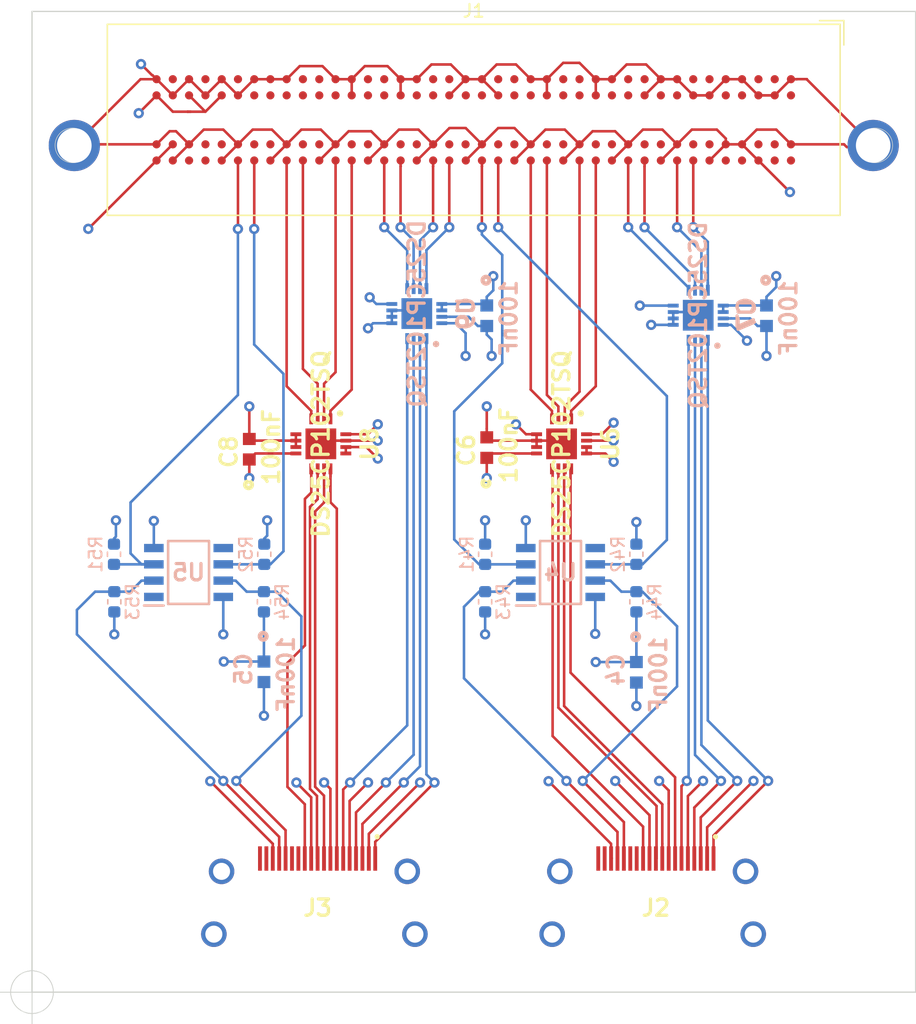
<source format=kicad_pcb>
(kicad_pcb (version 20171130) (host pcbnew "(5.1.5-0-10_14)")
  (layers (0 F.Cu signal) (1 GND.Cu power hide) (2 VCC.Cu power hide) (31 B.Cu signal) (34 B.Paste user) (35 F.Paste user) (36 B.SilkS user) (37 F.SilkS user) (38 B.Mask user) (39 F.Mask user) (44 Edge.Cuts user))
  (net 0 "")
  (net 1 2.5V)
  (net 2 GNDREF)
  (net 3 3.3V)
  (net 4 D_OUT_M2_1P)
  (net 5 SCL0B_1)
  (net 6 SDA0B_1)
  (net 7 D_OUT_M2_2P)
  (net 8 D_OUT_M1_2N)
  (net 9 D_OUT_M1_2P)
  (net 10 BCLK_1P)
  (net 11 BCLK_1N)
  (net 12 TRG_1P)
  (net 13 TRG_1N)
  (net 14 D_OUT_M2_1N)
  (net 15 TRG_2N)
  (net 16 BCLK_2N)
  (net 17 BCLK_2P)
  (net 18 TRG_2P)
  (net 19 D_OUT_M2_2N)
  (net 20 SDA0B_2)
  (net 21 SCL0B_2)
  (net 22 H_DOUT_M1_1P)
  (net 23 H_DOUT_M1_1N)
  (net 24 H_DOUT_M2_1P)
  (net 25 H_DOUT_M2_1N)
  (net 26 H_TRG_1P)
  (net 27 H_TRG_1N)
  (net 28 H_BCLK_1P)
  (net 29 H_BCLK_1N)
  (net 30 "Net-(J3-Pad13)")
  (net 31 "Net-(J3-Pad14)")
  (net 32 H_SCL0B_1)
  (net 33 H_SDA0B_1)
  (net 34 "Net-(J3-Pad18)")
  (net 35 "Net-(J3-Pad19)")
  (net 36 H_SDA0B_2)
  (net 37 H_SCL0B_2)
  (net 38 H_BCLK_2N)
  (net 39 H_BCLK_2P)
  (net 40 H_TRG_2N)
  (net 41 H_TRG_2P)
  (net 42 H_DOUT_M2_2N)
  (net 43 H_DOUT_M2_2P)
  (net 44 H_DOUT_M1_2N)
  (net 45 H_DOUT_M1_2P)
  (net 46 D_OUT_M1_1P)
  (net 47 D_OUT_M1_1N)
  (net 48 "Net-(J1-PadG10)")
  (net 49 "Net-(J1-PadG19)")
  (net 50 "Net-(J1-PadG21)")
  (net 51 "Net-(J1-PadG24)")
  (net 52 "Net-(J1-PadG25)")
  (net 53 "Net-(J1-PadG22)")
  (net 54 "Net-(J1-PadG15)")
  (net 55 "Net-(J1-PadG16)")
  (net 56 "Net-(J1-PadG18)")
  (net 57 "Net-(J1-PadG13)")
  (net 58 "Net-(J1-PadG12)")
  (net 59 "Net-(J1-PadG30)")
  (net 60 "Net-(J1-PadG31)")
  (net 61 "Net-(J1-PadG28)")
  (net 62 "Net-(J1-PadG27)")
  (net 63 "Net-(J1-PadG36)")
  (net 64 "Net-(J1-PadG37)")
  (net 65 "Net-(J1-PadH37)")
  (net 66 "Net-(J1-PadH38)")
  (net 67 "Net-(J1-PadG34)")
  (net 68 "Net-(J1-PadG33)")
  (net 69 "Net-(J1-PadD33)")
  (net 70 "Net-(J1-PadD34)")
  (net 71 "Net-(J1-PadC37)")
  (net 72 "Net-(J1-PadC35)")
  (net 73 "Net-(J1-PadC26)")
  (net 74 "Net-(J1-PadD26)")
  (net 75 "Net-(J1-PadD27)")
  (net 76 "Net-(J1-PadC27)")
  (net 77 "Net-(J1-PadC31)")
  (net 78 "Net-(J1-PadD31)")
  (net 79 "Net-(J1-PadD32)")
  (net 80 "Net-(J1-PadC30)")
  (net 81 "Net-(J1-PadD30)")
  (net 82 "Net-(J1-PadD29)")
  (net 83 "Net-(J1-PadC11)")
  (net 84 "Net-(J1-PadD11)")
  (net 85 "Net-(J1-PadD12)")
  (net 86 "Net-(J1-PadC14)")
  (net 87 "Net-(J1-PadD14)")
  (net 88 "Net-(J1-PadD17)")
  (net 89 "Net-(J1-PadD18)")
  (net 90 "Net-(J1-PadC18)")
  (net 91 "Net-(J1-PadD15)")
  (net 92 "Net-(J1-PadC15)")
  (net 93 "Net-(J1-PadC22)")
  (net 94 "Net-(J1-PadD23)")
  (net 95 "Net-(J1-PadC23)")
  (net 96 "Net-(J1-PadD24)")
  (net 97 "Net-(J1-PadD21)")
  (net 98 "Net-(J1-PadD20)")
  (net 99 "Net-(J1-PadC19)")
  (net 100 "Net-(J1-PadC10)")
  (net 101 "Net-(J2-Pad13)")
  (net 102 "Net-(J2-Pad14)")
  (net 103 "Net-(J2-Pad18)")
  (net 104 "Net-(J2-Pad19)")
  (net 105 "Net-(J1-PadD1)")
  (net 106 "Net-(J1-PadC7)")
  (net 107 "Net-(J1-PadD8)")
  (net 108 "Net-(J1-PadD9)")
  (net 109 "Net-(J1-PadD5)")
  (net 110 "Net-(J1-PadC6)")
  (net 111 "Net-(J1-PadD4)")
  (net 112 "Net-(J1-PadC3)")
  (net 113 "Net-(J1-PadG3)")
  (net 114 "Net-(J1-PadH4)")
  (net 115 "Net-(J1-PadG6)")
  (net 116 "Net-(J1-PadH5)")
  (net 117 "Net-(J1-PadG9)")
  (net 118 "Net-(J1-PadG7)")
  (net 119 "Net-(J1-PadH2)")
  (net 120 "Net-(J1-PadH1)")
  (net 121 "Net-(J1-PadG2)")
  (net 122 "Net-(J1-PadC2)")
  (net 123 "Net-(J1-PadC39)")
  (module DS25CP102TSQ:QFN50P400X400X80-17N (layer B.Cu) (at 130.048 123.571 90)
    (fp_text reference U9 (at 0 3.81 270) (layer B.SilkS) (effects (font (size 1.27 1.27) (thickness 0.254)) (justify mirror)))
    (fp_text value DS25CP102TSQ (at 0 0 270) (layer B.SilkS) (effects (font (size 1.27 1.27) (thickness 0.254)) (justify mirror)))
    (pad 17 smd rect (at 0 0 90) (size 2.4 2.4) (layers B.Cu B.Paste B.Mask) (net 2 GNDREF))
    (pad 16 smd rect (at -0.75 1.95 90) (size 0.3 0.85) (layers B.Cu B.Paste B.Mask) (net 3 3.3V))
    (pad 15 smd rect (at -0.25 1.95 90) (size 0.3 0.85) (layers B.Cu B.Paste B.Mask) (net 2 GNDREF))
    (pad 14 smd rect (at 0.25 1.95 90) (size 0.3 0.85) (layers B.Cu B.Paste B.Mask) (net 3 3.3V))
    (pad 13 smd rect (at 0.75 1.95 90) (size 0.3 0.85) (layers B.Cu B.Paste B.Mask) (net 3 3.3V))
    (pad 12 smd rect (at 1.95 0.75) (size 0.3 0.85) (layers B.Cu B.Paste B.Mask) (net 9 D_OUT_M1_2P))
    (pad 11 smd rect (at 1.95 0.25) (size 0.3 0.85) (layers B.Cu B.Paste B.Mask) (net 8 D_OUT_M1_2N))
    (pad 10 smd rect (at 1.95 -0.25) (size 0.3 0.85) (layers B.Cu B.Paste B.Mask) (net 7 D_OUT_M2_2P))
    (pad 9 smd rect (at 1.95 -0.75) (size 0.3 0.85) (layers B.Cu B.Paste B.Mask) (net 19 D_OUT_M2_2N))
    (pad 8 smd rect (at 0.75 -1.95 90) (size 0.3 0.85) (layers B.Cu B.Paste B.Mask) (net 3 3.3V))
    (pad 7 smd rect (at 0.25 -1.95 90) (size 0.3 0.85) (layers B.Cu B.Paste B.Mask) (net 2 GNDREF))
    (pad 6 smd rect (at -0.25 -1.95 90) (size 0.3 0.85) (layers B.Cu B.Paste B.Mask) (net 2 GNDREF))
    (pad 5 smd rect (at -0.75 -1.95 90) (size 0.3 0.85) (layers B.Cu B.Paste B.Mask) (net 2 GNDREF))
    (pad 4 smd rect (at -1.95 -0.75) (size 0.3 0.85) (layers B.Cu B.Paste B.Mask) (net 42 H_DOUT_M2_2N))
    (pad 3 smd rect (at -1.95 -0.25) (size 0.3 0.85) (layers B.Cu B.Paste B.Mask) (net 43 H_DOUT_M2_2P))
    (pad 2 smd rect (at -1.95 0.25) (size 0.3 0.85) (layers B.Cu B.Paste B.Mask) (net 44 H_DOUT_M1_2N))
    (pad 1 smd rect (at -1.95 0.75) (size 0.3 0.85) (layers B.Cu B.Paste B.Mask) (net 45 H_DOUT_M1_2P))
  )
  (module DS25CP102TSQ:QFN50P400X400X80-17N (layer F.Cu) (at 122.555 133.731 270)
    (fp_text reference U8 (at 0 -3.81 90) (layer F.SilkS) (effects (font (size 1.27 1.27) (thickness 0.254))))
    (fp_text value DS25CP102TSQ (at 0 0 90) (layer F.SilkS) (effects (font (size 1.27 1.27) (thickness 0.254))))
    (pad 17 smd rect (at 0 0 270) (size 2.4 2.4) (layers F.Cu F.Paste F.Mask) (net 2 GNDREF))
    (pad 16 smd rect (at -0.75 -1.95 270) (size 0.3 0.85) (layers F.Cu F.Paste F.Mask) (net 3 3.3V))
    (pad 15 smd rect (at -0.25 -1.95 270) (size 0.3 0.85) (layers F.Cu F.Paste F.Mask) (net 2 GNDREF))
    (pad 14 smd rect (at 0.25 -1.95 270) (size 0.3 0.85) (layers F.Cu F.Paste F.Mask) (net 3 3.3V))
    (pad 13 smd rect (at 0.75 -1.95 270) (size 0.3 0.85) (layers F.Cu F.Paste F.Mask) (net 3 3.3V))
    (pad 12 smd rect (at 1.95 -0.75) (size 0.3 0.85) (layers F.Cu F.Paste F.Mask) (net 41 H_TRG_2P))
    (pad 11 smd rect (at 1.95 -0.25) (size 0.3 0.85) (layers F.Cu F.Paste F.Mask) (net 40 H_TRG_2N))
    (pad 10 smd rect (at 1.95 0.25) (size 0.3 0.85) (layers F.Cu F.Paste F.Mask) (net 39 H_BCLK_2P))
    (pad 9 smd rect (at 1.95 0.75) (size 0.3 0.85) (layers F.Cu F.Paste F.Mask) (net 38 H_BCLK_2N))
    (pad 8 smd rect (at 0.75 1.95 270) (size 0.3 0.85) (layers F.Cu F.Paste F.Mask) (net 3 3.3V))
    (pad 7 smd rect (at 0.25 1.95 270) (size 0.3 0.85) (layers F.Cu F.Paste F.Mask) (net 2 GNDREF))
    (pad 6 smd rect (at -0.25 1.95 270) (size 0.3 0.85) (layers F.Cu F.Paste F.Mask) (net 2 GNDREF))
    (pad 5 smd rect (at -0.75 1.95 270) (size 0.3 0.85) (layers F.Cu F.Paste F.Mask) (net 2 GNDREF))
    (pad 4 smd rect (at -1.95 0.75) (size 0.3 0.85) (layers F.Cu F.Paste F.Mask) (net 16 BCLK_2N))
    (pad 3 smd rect (at -1.95 0.25) (size 0.3 0.85) (layers F.Cu F.Paste F.Mask) (net 17 BCLK_2P))
    (pad 2 smd rect (at -1.95 -0.25) (size 0.3 0.85) (layers F.Cu F.Paste F.Mask) (net 15 TRG_2N))
    (pad 1 smd rect (at -1.95 -0.75) (size 0.3 0.85) (layers F.Cu F.Paste F.Mask) (net 18 TRG_2P))
  )
  (module DS25CP102TSQ:QFN50P400X400X80-17N (layer B.Cu) (at 152.019 123.698 90)
    (fp_text reference U7 (at 0 3.81 270) (layer B.SilkS) (effects (font (size 1.27 1.27) (thickness 0.254)) (justify mirror)))
    (fp_text value DS25CP102TSQ (at 0 0 270) (layer B.SilkS) (effects (font (size 1.27 1.27) (thickness 0.254)) (justify mirror)))
    (pad 17 smd rect (at 0 0 90) (size 2.4 2.4) (layers B.Cu B.Paste B.Mask) (net 2 GNDREF))
    (pad 16 smd rect (at -0.75 1.95 90) (size 0.3 0.85) (layers B.Cu B.Paste B.Mask) (net 3 3.3V))
    (pad 15 smd rect (at -0.25 1.95 90) (size 0.3 0.85) (layers B.Cu B.Paste B.Mask) (net 2 GNDREF))
    (pad 14 smd rect (at 0.25 1.95 90) (size 0.3 0.85) (layers B.Cu B.Paste B.Mask) (net 3 3.3V))
    (pad 13 smd rect (at 0.75 1.95 90) (size 0.3 0.85) (layers B.Cu B.Paste B.Mask) (net 3 3.3V))
    (pad 12 smd rect (at 1.95 0.75) (size 0.3 0.85) (layers B.Cu B.Paste B.Mask) (net 46 D_OUT_M1_1P))
    (pad 11 smd rect (at 1.95 0.25) (size 0.3 0.85) (layers B.Cu B.Paste B.Mask) (net 47 D_OUT_M1_1N))
    (pad 10 smd rect (at 1.95 -0.25) (size 0.3 0.85) (layers B.Cu B.Paste B.Mask) (net 4 D_OUT_M2_1P))
    (pad 9 smd rect (at 1.95 -0.75) (size 0.3 0.85) (layers B.Cu B.Paste B.Mask) (net 14 D_OUT_M2_1N))
    (pad 8 smd rect (at 0.75 -1.95 90) (size 0.3 0.85) (layers B.Cu B.Paste B.Mask) (net 3 3.3V))
    (pad 7 smd rect (at 0.25 -1.95 90) (size 0.3 0.85) (layers B.Cu B.Paste B.Mask) (net 2 GNDREF))
    (pad 6 smd rect (at -0.25 -1.95 90) (size 0.3 0.85) (layers B.Cu B.Paste B.Mask) (net 2 GNDREF))
    (pad 5 smd rect (at -0.75 -1.95 90) (size 0.3 0.85) (layers B.Cu B.Paste B.Mask) (net 2 GNDREF))
    (pad 4 smd rect (at -1.95 -0.75) (size 0.3 0.85) (layers B.Cu B.Paste B.Mask) (net 25 H_DOUT_M2_1N))
    (pad 3 smd rect (at -1.95 -0.25) (size 0.3 0.85) (layers B.Cu B.Paste B.Mask) (net 24 H_DOUT_M2_1P))
    (pad 2 smd rect (at -1.95 0.25) (size 0.3 0.85) (layers B.Cu B.Paste B.Mask) (net 23 H_DOUT_M1_1N))
    (pad 1 smd rect (at -1.95 0.75) (size 0.3 0.85) (layers B.Cu B.Paste B.Mask) (net 22 H_DOUT_M1_1P))
  )
  (module DS25CP102TSQ:QFN50P400X400X80-17N (layer F.Cu) (at 141.351 133.731 270)
    (fp_text reference U6 (at 0 -3.81 90) (layer F.SilkS) (effects (font (size 1.27 1.27) (thickness 0.254))))
    (fp_text value DS25CP102TSQ (at 0 0 90) (layer F.SilkS) (effects (font (size 1.27 1.27) (thickness 0.254))))
    (pad 17 smd rect (at 0 0 270) (size 2.4 2.4) (layers F.Cu F.Paste F.Mask) (net 2 GNDREF))
    (pad 16 smd rect (at -0.75 -1.95 270) (size 0.3 0.85) (layers F.Cu F.Paste F.Mask) (net 3 3.3V))
    (pad 15 smd rect (at -0.25 -1.95 270) (size 0.3 0.85) (layers F.Cu F.Paste F.Mask) (net 2 GNDREF))
    (pad 14 smd rect (at 0.25 -1.95 270) (size 0.3 0.85) (layers F.Cu F.Paste F.Mask) (net 3 3.3V))
    (pad 13 smd rect (at 0.75 -1.95 270) (size 0.3 0.85) (layers F.Cu F.Paste F.Mask) (net 3 3.3V))
    (pad 12 smd rect (at 1.95 -0.75) (size 0.3 0.85) (layers F.Cu F.Paste F.Mask) (net 26 H_TRG_1P))
    (pad 11 smd rect (at 1.95 -0.25) (size 0.3 0.85) (layers F.Cu F.Paste F.Mask) (net 27 H_TRG_1N))
    (pad 10 smd rect (at 1.95 0.25) (size 0.3 0.85) (layers F.Cu F.Paste F.Mask) (net 28 H_BCLK_1P))
    (pad 9 smd rect (at 1.95 0.75) (size 0.3 0.85) (layers F.Cu F.Paste F.Mask) (net 29 H_BCLK_1N))
    (pad 8 smd rect (at 0.75 1.95 270) (size 0.3 0.85) (layers F.Cu F.Paste F.Mask) (net 3 3.3V))
    (pad 7 smd rect (at 0.25 1.95 270) (size 0.3 0.85) (layers F.Cu F.Paste F.Mask) (net 2 GNDREF))
    (pad 6 smd rect (at -0.25 1.95 270) (size 0.3 0.85) (layers F.Cu F.Paste F.Mask) (net 2 GNDREF))
    (pad 5 smd rect (at -0.75 1.95 270) (size 0.3 0.85) (layers F.Cu F.Paste F.Mask) (net 2 GNDREF))
    (pad 4 smd rect (at -1.95 0.75) (size 0.3 0.85) (layers F.Cu F.Paste F.Mask) (net 11 BCLK_1N))
    (pad 3 smd rect (at -1.95 0.25) (size 0.3 0.85) (layers F.Cu F.Paste F.Mask) (net 10 BCLK_1P))
    (pad 2 smd rect (at -1.95 -0.25) (size 0.3 0.85) (layers F.Cu F.Paste F.Mask) (net 13 TRG_1N))
    (pad 1 smd rect (at -1.95 -0.75) (size 0.3 0.85) (layers F.Cu F.Paste F.Mask) (net 12 TRG_1P))
  )
  (module P82B715DR:P82B715DR (layer B.Cu) (at 112.224 143.764)
    (fp_text reference U5 (at 0 0) (layer B.SilkS) (effects (font (size 1.27 1.27) (thickness 0.254)) (justify mirror)))
    (fp_text value P82B715DR hide)
    (pad 8 smd rect (at 2.711 1.905 270) (size 0.65 1.528) (layers B.Cu B.Paste B.Mask) (net 3 3.3V))
    (pad 7 smd rect (at 2.711 0.635 270) (size 0.65 1.528) (layers B.Cu B.Paste B.Mask) (net 37 H_SCL0B_2))
    (pad 6 smd rect (at 2.711 -0.635 270) (size 0.65 1.528) (layers B.Cu B.Paste B.Mask) (net 21 SCL0B_2))
    (pad 5 smd rect (at 2.711 -1.905 270) (size 0.65 1.528) (layers B.Cu B.Paste B.Mask))
    (pad 4 smd rect (at -2.711 -1.905 270) (size 0.65 1.528) (layers B.Cu B.Paste B.Mask) (net 2 GNDREF))
    (pad 3 smd rect (at -2.711 -0.635 270) (size 0.65 1.528) (layers B.Cu B.Paste B.Mask) (net 20 SDA0B_2))
    (pad 2 smd rect (at -2.711 0.635 270) (size 0.65 1.528) (layers B.Cu B.Paste B.Mask) (net 36 H_SDA0B_2))
    (pad 1 smd rect (at -2.711 1.905 270) (size 0.65 1.528) (layers B.Cu B.Paste B.Mask))
  )
  (module P82B715DR:P82B715DR (layer B.Cu) (at 141.268 143.764)
    (fp_text reference U4 (at 0 0) (layer B.SilkS) (effects (font (size 1.27 1.27) (thickness 0.254)) (justify mirror)))
    (fp_text value P82B715DR hide)
    (pad 8 smd rect (at 2.711 1.905 270) (size 0.65 1.528) (layers B.Cu B.Paste B.Mask) (net 3 3.3V))
    (pad 7 smd rect (at 2.711 0.635 270) (size 0.65 1.528) (layers B.Cu B.Paste B.Mask) (net 32 H_SCL0B_1))
    (pad 6 smd rect (at 2.711 -0.635 270) (size 0.65 1.528) (layers B.Cu B.Paste B.Mask) (net 5 SCL0B_1))
    (pad 5 smd rect (at 2.711 -1.905 270) (size 0.65 1.528) (layers B.Cu B.Paste B.Mask))
    (pad 4 smd rect (at -2.711 -1.905 270) (size 0.65 1.528) (layers B.Cu B.Paste B.Mask) (net 2 GNDREF))
    (pad 3 smd rect (at -2.711 -0.635 270) (size 0.65 1.528) (layers B.Cu B.Paste B.Mask) (net 6 SDA0B_1))
    (pad 2 smd rect (at -2.711 0.635 270) (size 0.65 1.528) (layers B.Cu B.Paste B.Mask) (net 33 H_SDA0B_1))
    (pad 1 smd rect (at -2.711 1.905 270) (size 0.65 1.528) (layers B.Cu B.Paste B.Mask))
  )
  (module Resistor_SMD:R_0603_1608Metric (layer B.Cu) (at 118.11 146.05 90)
    (fp_text reference R54 (at 0 1.43 90) (layer B.SilkS) (effects (justify mirror)))
    (fp_text value 330)
    (pad 2 smd roundrect (at 0.7875 0 90) (size 0.875 0.95) (layers B.Cu B.Paste B.Mask) (net 37 H_SCL0B_2))
    (pad 1 smd roundrect (at -0.7875 0 90) (size 0.875 0.95) (layers B.Cu B.Paste B.Mask) (net 1 2.5V))
  )
  (module Resistor_SMD:R_0603_1608Metric (layer B.Cu) (at 106.426 146.05 90)
    (fp_text reference R53 (at 0 1.43 90) (layer B.SilkS) (effects (justify mirror)))
    (fp_text value 330)
    (pad 2 smd roundrect (at 0.7875 0 90) (size 0.875 0.95) (layers B.Cu B.Paste B.Mask) (net 36 H_SDA0B_2))
    (pad 1 smd roundrect (at -0.7875 0 90) (size 0.875 0.95) (layers B.Cu B.Paste B.Mask) (net 1 2.5V))
  )
  (module Resistor_SMD:R_0603_1608Metric (layer B.Cu) (at 118.1355 142.3415 270)
    (fp_text reference R52 (at 0 1.43 90) (layer B.SilkS) (effects (justify mirror)))
    (fp_text value 4.7k)
    (pad 2 smd roundrect (at 0.7875 0 270) (size 0.875 0.95) (layers B.Cu B.Paste B.Mask) (net 21 SCL0B_2))
    (pad 1 smd roundrect (at -0.7875 0 270) (size 0.875 0.95) (layers B.Cu B.Paste B.Mask) (net 3 3.3V))
  )
  (module Resistor_SMD:R_0603_1608Metric (layer B.Cu) (at 106.4005 142.3415 270)
    (fp_text reference R51 (at 0 1.43 90) (layer B.SilkS) (effects (justify mirror)))
    (fp_text value 4.7k)
    (pad 2 smd roundrect (at 0.7875 0 270) (size 0.875 0.95) (layers B.Cu B.Paste B.Mask) (net 20 SDA0B_2))
    (pad 1 smd roundrect (at -0.7875 0 270) (size 0.875 0.95) (layers B.Cu B.Paste B.Mask) (net 3 3.3V))
  )
  (module Resistor_SMD:R_0603_1608Metric (layer B.Cu) (at 147.193 146.05 90)
    (fp_text reference R44 (at 0 1.43 90) (layer B.SilkS) (effects (justify mirror)))
    (fp_text value 330)
    (pad 2 smd roundrect (at 0.7875 0 90) (size 0.875 0.95) (layers B.Cu B.Paste B.Mask) (net 32 H_SCL0B_1))
    (pad 1 smd roundrect (at -0.7875 0 90) (size 0.875 0.95) (layers B.Cu B.Paste B.Mask) (net 1 2.5V))
  )
  (module Resistor_SMD:R_0603_1608Metric (layer B.Cu) (at 135.382 146.05 90)
    (fp_text reference R43 (at 0 1.43 90) (layer B.SilkS) (effects (justify mirror)))
    (fp_text value 330)
    (pad 2 smd roundrect (at 0.7875 0 90) (size 0.875 0.95) (layers B.Cu B.Paste B.Mask) (net 33 H_SDA0B_1))
    (pad 1 smd roundrect (at -0.7875 0 90) (size 0.875 0.95) (layers B.Cu B.Paste B.Mask) (net 1 2.5V))
  )
  (module Resistor_SMD:R_0603_1608Metric (layer B.Cu) (at 147.193 142.3415 270)
    (fp_text reference R42 (at 0 1.43 90) (layer B.SilkS) (effects (justify mirror)))
    (fp_text value 4.7k)
    (pad 2 smd roundrect (at 0.7875 0 270) (size 0.875 0.95) (layers B.Cu B.Paste B.Mask) (net 5 SCL0B_1))
    (pad 1 smd roundrect (at -0.7875 0 270) (size 0.875 0.95) (layers B.Cu B.Paste B.Mask) (net 3 3.3V))
  )
  (module Resistor_SMD:R_0603_1608Metric (layer B.Cu) (at 135.382 142.3415 270)
    (fp_text reference R41 (at 0 1.43 90) (layer B.SilkS) (effects (justify mirror)))
    (fp_text value 4.7k)
    (pad 2 smd roundrect (at 0.7875 0 270) (size 0.875 0.95) (layers B.Cu B.Paste B.Mask) (net 6 SDA0B_1))
    (pad 1 smd roundrect (at -0.7875 0 270) (size 0.875 0.95) (layers B.Cu B.Paste B.Mask) (net 3 3.3V))
  )
  (module 10029449-001RLF:10029449001RLF (layer F.Cu) (at 122.301 169.926)
    (fp_text reference J3 (at 0 0) (layer F.SilkS) (effects (font (size 1.27 1.27) (thickness 0.254))))
    (fp_text value 10029449-001RLF hide)
    (pad MH4 thru_hole circle (at 7.599 2.05) (size 1.995 1.995) (drill 1.33) (layers *.Cu *.Mask) (net 2 GNDREF))
    (pad MH3 thru_hole circle (at -8.101 2.05) (size 1.995 1.995) (drill 1.33) (layers *.Cu *.Mask) (net 2 GNDREF))
    (pad MH2 thru_hole circle (at 6.999 -2.85) (size 1.995 1.995) (drill 1.33) (layers *.Cu *.Mask) (net 2 GNDREF))
    (pad MH1 thru_hole circle (at -7.501 -2.85) (size 1.995 1.995) (drill 1.33) (layers *.Cu *.Mask) (net 2 GNDREF))
    (pad 19 smd rect (at -4.501 -3.85) (size 0.3 1.9) (layers F.Cu F.Paste F.Mask) (net 35 "Net-(J3-Pad19)"))
    (pad 18 smd rect (at -4.001 -3.85) (size 0.3 1.9) (layers F.Cu F.Paste F.Mask) (net 34 "Net-(J3-Pad18)"))
    (pad 17 smd rect (at -3.501 -3.85) (size 0.3 1.9) (layers F.Cu F.Paste F.Mask) (net 2 GNDREF))
    (pad 16 smd rect (at -3.001 -3.85) (size 0.3 1.9) (layers F.Cu F.Paste F.Mask) (net 36 H_SDA0B_2))
    (pad 15 smd rect (at -2.501 -3.85) (size 0.3 1.9) (layers F.Cu F.Paste F.Mask) (net 37 H_SCL0B_2))
    (pad 14 smd rect (at -2.001 -3.85) (size 0.3 1.9) (layers F.Cu F.Paste F.Mask) (net 31 "Net-(J3-Pad14)"))
    (pad 13 smd rect (at -1.501 -3.85) (size 0.3 1.9) (layers F.Cu F.Paste F.Mask) (net 30 "Net-(J3-Pad13)"))
    (pad 12 smd rect (at -1.001 -3.85) (size 0.3 1.9) (layers F.Cu F.Paste F.Mask) (net 38 H_BCLK_2N))
    (pad 11 smd rect (at -0.501 -3.85) (size 0.3 1.9) (layers F.Cu F.Paste F.Mask) (net 2 GNDREF))
    (pad 10 smd rect (at -0.001 -3.85) (size 0.3 1.9) (layers F.Cu F.Paste F.Mask) (net 39 H_BCLK_2P))
    (pad 9 smd rect (at 0.499 -3.85) (size 0.3 1.9) (layers F.Cu F.Paste F.Mask) (net 40 H_TRG_2N))
    (pad 8 smd rect (at 0.999 -3.85) (size 0.3 1.9) (layers F.Cu F.Paste F.Mask) (net 2 GNDREF))
    (pad 7 smd rect (at 1.499 -3.85) (size 0.3 1.9) (layers F.Cu F.Paste F.Mask) (net 41 H_TRG_2P))
    (pad 6 smd rect (at 1.999 -3.85) (size 0.3 1.9) (layers F.Cu F.Paste F.Mask) (net 42 H_DOUT_M2_2N))
    (pad 5 smd rect (at 2.499 -3.85) (size 0.3 1.9) (layers F.Cu F.Paste F.Mask) (net 2 GNDREF))
    (pad 4 smd rect (at 2.999 -3.85) (size 0.3 1.9) (layers F.Cu F.Paste F.Mask) (net 43 H_DOUT_M2_2P))
    (pad 3 smd rect (at 3.499 -3.85) (size 0.3 1.9) (layers F.Cu F.Paste F.Mask) (net 44 H_DOUT_M1_2N))
    (pad 2 smd rect (at 3.999 -3.85) (size 0.3 1.9) (layers F.Cu F.Paste F.Mask) (net 2 GNDREF))
    (pad 1 smd rect (at 4.499 -3.85) (size 0.3 1.9) (layers F.Cu F.Paste F.Mask) (net 45 H_DOUT_M1_2P))
  )
  (module 10029449-001RLF:10029449001RLF (layer F.Cu) (at 148.717 169.926)
    (fp_text reference J2 (at 0 0) (layer F.SilkS) (effects (font (size 1.27 1.27) (thickness 0.254))))
    (fp_text value 10029449-001RLF hide)
    (pad MH4 thru_hole circle (at 7.599 2.05) (size 1.995 1.995) (drill 1.33) (layers *.Cu *.Mask) (net 2 GNDREF))
    (pad MH3 thru_hole circle (at -8.101 2.05) (size 1.995 1.995) (drill 1.33) (layers *.Cu *.Mask) (net 2 GNDREF))
    (pad MH2 thru_hole circle (at 6.999 -2.85) (size 1.995 1.995) (drill 1.33) (layers *.Cu *.Mask) (net 2 GNDREF))
    (pad MH1 thru_hole circle (at -7.501 -2.85) (size 1.995 1.995) (drill 1.33) (layers *.Cu *.Mask) (net 2 GNDREF))
    (pad 19 smd rect (at -4.501 -3.85) (size 0.3 1.9) (layers F.Cu F.Paste F.Mask) (net 104 "Net-(J2-Pad19)"))
    (pad 18 smd rect (at -4.001 -3.85) (size 0.3 1.9) (layers F.Cu F.Paste F.Mask) (net 103 "Net-(J2-Pad18)"))
    (pad 17 smd rect (at -3.501 -3.85) (size 0.3 1.9) (layers F.Cu F.Paste F.Mask) (net 2 GNDREF))
    (pad 16 smd rect (at -3.001 -3.85) (size 0.3 1.9) (layers F.Cu F.Paste F.Mask) (net 33 H_SDA0B_1))
    (pad 15 smd rect (at -2.501 -3.85) (size 0.3 1.9) (layers F.Cu F.Paste F.Mask) (net 32 H_SCL0B_1))
    (pad 14 smd rect (at -2.001 -3.85) (size 0.3 1.9) (layers F.Cu F.Paste F.Mask) (net 102 "Net-(J2-Pad14)"))
    (pad 13 smd rect (at -1.501 -3.85) (size 0.3 1.9) (layers F.Cu F.Paste F.Mask) (net 101 "Net-(J2-Pad13)"))
    (pad 12 smd rect (at -1.001 -3.85) (size 0.3 1.9) (layers F.Cu F.Paste F.Mask) (net 29 H_BCLK_1N))
    (pad 11 smd rect (at -0.501 -3.85) (size 0.3 1.9) (layers F.Cu F.Paste F.Mask) (net 2 GNDREF))
    (pad 10 smd rect (at -0.001 -3.85) (size 0.3 1.9) (layers F.Cu F.Paste F.Mask) (net 28 H_BCLK_1P))
    (pad 9 smd rect (at 0.499 -3.85) (size 0.3 1.9) (layers F.Cu F.Paste F.Mask) (net 27 H_TRG_1N))
    (pad 8 smd rect (at 0.999 -3.85) (size 0.3 1.9) (layers F.Cu F.Paste F.Mask) (net 2 GNDREF))
    (pad 7 smd rect (at 1.499 -3.85) (size 0.3 1.9) (layers F.Cu F.Paste F.Mask) (net 26 H_TRG_1P))
    (pad 6 smd rect (at 1.999 -3.85) (size 0.3 1.9) (layers F.Cu F.Paste F.Mask) (net 25 H_DOUT_M2_1N))
    (pad 5 smd rect (at 2.499 -3.85) (size 0.3 1.9) (layers F.Cu F.Paste F.Mask) (net 2 GNDREF))
    (pad 4 smd rect (at 2.999 -3.85) (size 0.3 1.9) (layers F.Cu F.Paste F.Mask) (net 24 H_DOUT_M2_1P))
    (pad 3 smd rect (at 3.499 -3.85) (size 0.3 1.9) (layers F.Cu F.Paste F.Mask) (net 23 H_DOUT_M1_1N))
    (pad 2 smd rect (at 3.999 -3.85) (size 0.3 1.9) (layers F.Cu F.Paste F.Mask) (net 2 GNDREF))
    (pad 1 smd rect (at 4.499 -3.85) (size 0.3 1.9) (layers F.Cu F.Paste F.Mask) (net 22 H_DOUT_M1_1P))
  )
  (module ASP-134604-01:Samtec_FMC_ASP-134604-01_4x40_Vertical (layer F.Cu) (at 134.493 108.458 270)
    (fp_text reference J1 (at -8.5 0) (layer F.SilkS))
    (fp_text value ASP-134604-01)
    (pad C1 thru_hole circle (at 2 -31.19) (size 4 4) (drill 2.7) (layers *.Cu *.Mask) (net 2 GNDREF))
    (pad "" np_thru_hole circle (at 3.05 27.19) (size 1.27 1.27) (drill 1.27) (layers *.Cu *.Mask))
    (pad C1 smd circle (at -3.17 -24.77) (size 0.64 0.64) (layers F.Cu F.Paste F.Mask) (net 2 GNDREF))
    (pad D1 smd circle (at -1.91 -24.77) (size 0.64 0.64) (layers F.Cu F.Paste F.Mask) (net 105 "Net-(J1-PadD1)"))
    (pad D2 smd circle (at -1.91 -23.5) (size 0.64 0.64) (layers F.Cu F.Paste F.Mask) (net 2 GNDREF))
    (pad C7 smd circle (at -3.17 -17.14) (size 0.64 0.64) (layers F.Cu F.Paste F.Mask) (net 106 "Net-(J1-PadC7)"))
    (pad D7 smd circle (at -1.91 -17.14) (size 0.64 0.64) (layers F.Cu F.Paste F.Mask) (net 2 GNDREF))
    (pad D8 smd circle (at -1.91 -15.88) (size 0.64 0.64) (layers F.Cu F.Paste F.Mask) (net 107 "Net-(J1-PadD8)"))
    (pad C8 smd circle (at -3.17 -15.88) (size 0.64 0.64) (layers F.Cu F.Paste F.Mask) (net 2 GNDREF))
    (pad C10 smd circle (at -3.17 -13.34) (size 0.64 0.64) (layers F.Cu F.Paste F.Mask) (net 100 "Net-(J1-PadC10)"))
    (pad D10 smd circle (at -1.91 -13.34) (size 0.64 0.64) (layers F.Cu F.Paste F.Mask) (net 2 GNDREF))
    (pad D9 smd circle (at -1.91 -14.61) (size 0.64 0.64) (layers F.Cu F.Paste F.Mask) (net 108 "Net-(J1-PadD9)"))
    (pad C9 smd circle (at -3.17 -14.61) (size 0.64 0.64) (layers F.Cu F.Paste F.Mask) (net 2 GNDREF))
    (pad C5 smd circle (at -3.17 -19.68) (size 0.64 0.64) (layers F.Cu F.Paste F.Mask) (net 2 GNDREF))
    (pad D5 smd circle (at -1.91 -19.68) (size 0.64 0.64) (layers F.Cu F.Paste F.Mask) (net 109 "Net-(J1-PadD5)"))
    (pad D6 smd circle (at -1.91 -18.41) (size 0.64 0.64) (layers F.Cu F.Paste F.Mask) (net 2 GNDREF))
    (pad C6 smd circle (at -3.17 -18.41) (size 0.64 0.64) (layers F.Cu F.Paste F.Mask) (net 110 "Net-(J1-PadC6)"))
    (pad C4 smd circle (at -3.17 -20.95) (size 0.64 0.64) (layers F.Cu F.Paste F.Mask) (net 2 GNDREF))
    (pad D4 smd circle (at -1.91 -20.95) (size 0.64 0.64) (layers F.Cu F.Paste F.Mask) (net 111 "Net-(J1-PadD4)"))
    (pad D3 smd circle (at -1.91 -22.23) (size 0.64 0.64) (layers F.Cu F.Paste F.Mask) (net 2 GNDREF))
    (pad C3 smd circle (at -3.17 -22.23) (size 0.64 0.64) (layers F.Cu F.Paste F.Mask) (net 112 "Net-(J1-PadC3)"))
    (pad C19 smd circle (at -3.17 -1.91) (size 0.64 0.64) (layers F.Cu F.Paste F.Mask) (net 99 "Net-(J1-PadC19)"))
    (pad D19 smd circle (at -1.91 -1.91) (size 0.64 0.64) (layers F.Cu F.Paste F.Mask) (net 2 GNDREF))
    (pad D20 smd circle (at -1.91 -0.64) (size 0.64 0.64) (layers F.Cu F.Paste F.Mask) (net 98 "Net-(J1-PadD20)"))
    (pad C20 smd circle (at -3.17 -0.64) (size 0.64 0.64) (layers F.Cu F.Paste F.Mask) (net 2 GNDREF))
    (pad C21 smd circle (at -3.17 0.64) (size 0.64 0.64) (layers F.Cu F.Paste F.Mask) (net 2 GNDREF))
    (pad D21 smd circle (at -1.91 0.62) (size 0.64 0.64) (layers F.Cu F.Paste F.Mask) (net 97 "Net-(J1-PadD21)"))
    (pad C24 smd circle (at -3.17 4.45) (size 0.64 0.64) (layers F.Cu F.Paste F.Mask) (net 2 GNDREF))
    (pad D24 smd circle (at -1.91 4.45) (size 0.64 0.64) (layers F.Cu F.Paste F.Mask) (net 96 "Net-(J1-PadD24)"))
    (pad D25 smd circle (at -1.91 5.71) (size 0.64 0.64) (layers F.Cu F.Paste F.Mask) (net 2 GNDREF))
    (pad C25 smd circle (at -3.17 5.71) (size 0.64 0.64) (layers F.Cu F.Paste F.Mask) (net 2 GNDREF))
    (pad C23 smd circle (at -3.17 3.17) (size 0.64 0.64) (layers F.Cu F.Paste F.Mask) (net 95 "Net-(J1-PadC23)"))
    (pad D23 smd circle (at -1.91 3.17) (size 0.64 0.64) (layers F.Cu F.Paste F.Mask) (net 94 "Net-(J1-PadD23)"))
    (pad D22 smd circle (at -1.91 1.91) (size 0.64 0.64) (layers F.Cu F.Paste F.Mask) (net 2 GNDREF))
    (pad C22 smd circle (at -3.17 1.91) (size 0.64 0.64) (layers F.Cu F.Paste F.Mask) (net 93 "Net-(J1-PadC22)"))
    (pad C15 smd circle (at -3.17 -6.99) (size 0.64 0.64) (layers F.Cu F.Paste F.Mask) (net 92 "Net-(J1-PadC15)"))
    (pad D15 smd circle (at -1.91 -6.99) (size 0.64 0.64) (layers F.Cu F.Paste F.Mask) (net 91 "Net-(J1-PadD15)"))
    (pad D16 smd circle (at -1.91 -5.71) (size 0.64 0.64) (layers F.Cu F.Paste F.Mask) (net 2 GNDREF))
    (pad C16 smd circle (at -3.17 -5.71) (size 0.64 0.64) (layers F.Cu F.Paste F.Mask) (net 2 GNDREF))
    (pad C18 smd circle (at -3.17 -3.17) (size 0.64 0.64) (layers F.Cu F.Paste F.Mask) (net 90 "Net-(J1-PadC18)"))
    (pad D18 smd circle (at -1.91 -3.17) (size 0.64 0.64) (layers F.Cu F.Paste F.Mask) (net 89 "Net-(J1-PadD18)"))
    (pad D17 smd circle (at -1.91 -4.45) (size 0.64 0.64) (layers F.Cu F.Paste F.Mask) (net 88 "Net-(J1-PadD17)"))
    (pad C17 smd circle (at -3.17 -4.45) (size 0.64 0.64) (layers F.Cu F.Paste F.Mask) (net 2 GNDREF))
    (pad C13 smd circle (at -3.17 -9.53) (size 0.64 0.64) (layers F.Cu F.Paste F.Mask) (net 2 GNDREF))
    (pad D13 smd circle (at -1.91 -9.53) (size 0.64 0.64) (layers F.Cu F.Paste F.Mask) (net 2 GNDREF))
    (pad D14 smd circle (at -1.91 -8.26) (size 0.64 0.64) (layers F.Cu F.Paste F.Mask) (net 87 "Net-(J1-PadD14)"))
    (pad C14 smd circle (at -3.17 -8.26) (size 0.64 0.64) (layers F.Cu F.Paste F.Mask) (net 86 "Net-(J1-PadC14)"))
    (pad C12 smd circle (at -3.17 -10.79) (size 0.64 0.64) (layers F.Cu F.Paste F.Mask) (net 2 GNDREF))
    (pad D12 smd circle (at -1.91 -10.79) (size 0.64 0.64) (layers F.Cu F.Paste F.Mask) (net 85 "Net-(J1-PadD12)"))
    (pad D11 smd circle (at -1.91 -12.06) (size 0.64 0.64) (layers F.Cu F.Paste F.Mask) (net 84 "Net-(J1-PadD11)"))
    (pad C11 smd circle (at -3.17 -12.06) (size 0.64 0.64) (layers F.Cu F.Paste F.Mask) (net 83 "Net-(J1-PadC11)"))
    (pad C29 smd circle (at -3.17 10.79) (size 0.64 0.64) (layers F.Cu F.Paste F.Mask) (net 2 GNDREF))
    (pad D29 smd circle (at -1.91 10.79) (size 0.64 0.64) (layers F.Cu F.Paste F.Mask) (net 82 "Net-(J1-PadD29)"))
    (pad D30 smd circle (at -1.91 12.06) (size 0.64 0.64) (layers F.Cu F.Paste F.Mask) (net 81 "Net-(J1-PadD30)"))
    (pad C30 smd circle (at -3.17 12.06) (size 0.64 0.64) (layers F.Cu F.Paste F.Mask) (net 80 "Net-(J1-PadC30)"))
    (pad C32 smd circle (at -3.17 14.61) (size 0.64 0.64) (layers F.Cu F.Paste F.Mask) (net 2 GNDREF))
    (pad D32 smd circle (at -1.91 14.61) (size 0.64 0.64) (layers F.Cu F.Paste F.Mask) (net 79 "Net-(J1-PadD32)"))
    (pad D31 smd circle (at -1.91 13.34) (size 0.64 0.64) (layers F.Cu F.Paste F.Mask) (net 78 "Net-(J1-PadD31)"))
    (pad C31 smd circle (at -3.17 13.34) (size 0.64 0.64) (layers F.Cu F.Paste F.Mask) (net 77 "Net-(J1-PadC31)"))
    (pad D28 smd circle (at -1.91 9.53) (size 0.64 0.64) (layers F.Cu F.Paste F.Mask) (net 2 GNDREF))
    (pad C28 smd circle (at -3.17 9.53) (size 0.64 0.64) (layers F.Cu F.Paste F.Mask) (net 2 GNDREF))
    (pad C27 smd circle (at -3.17 8.26) (size 0.64 0.64) (layers F.Cu F.Paste F.Mask) (net 76 "Net-(J1-PadC27)"))
    (pad D27 smd circle (at -1.91 8.26) (size 0.64 0.64) (layers F.Cu F.Paste F.Mask) (net 75 "Net-(J1-PadD27)"))
    (pad D26 smd circle (at -1.91 6.99) (size 0.64 0.64) (layers F.Cu F.Paste F.Mask) (net 74 "Net-(J1-PadD26)"))
    (pad C26 smd circle (at -3.17 6.99) (size 0.64 0.64) (layers F.Cu F.Paste F.Mask) (net 73 "Net-(J1-PadC26)"))
    (pad C35 smd circle (at -3.17 18.41) (size 0.64 0.64) (layers F.Cu F.Paste F.Mask) (net 72 "Net-(J1-PadC35)"))
    (pad D35 smd circle (at -1.91 18.41) (size 0.64 0.64) (layers F.Cu F.Paste F.Mask) (net 2 GNDREF))
    (pad D36 smd circle (at -1.91 19.68) (size 0.64 0.64) (layers F.Cu F.Paste F.Mask) (net 3 3.3V))
    (pad C36 smd circle (at -3.17 19.68) (size 0.64 0.64) (layers F.Cu F.Paste F.Mask) (net 2 GNDREF))
    (pad C37 smd circle (at -3.17 20.95) (size 0.64 0.64) (layers F.Cu F.Paste F.Mask) (net 71 "Net-(J1-PadC37)"))
    (pad D37 smd circle (at -1.91 20.95) (size 0.64 0.64) (layers F.Cu F.Paste F.Mask) (net 2 GNDREF))
    (pad C40 smd circle (at -3.17 24.77) (size 0.64 0.64) (layers F.Cu F.Paste F.Mask) (net 2 GNDREF))
    (pad D40 smd circle (at -1.91 24.77) (size 0.64 0.64) (layers F.Cu F.Paste F.Mask) (net 3 3.3V))
    (pad C39 smd circle (at -3.17 23.5) (size 0.64 0.64) (layers F.Cu F.Paste F.Mask) (net 123 "Net-(J1-PadC39)"))
    (pad D39 smd circle (at -1.91 23.5) (size 0.64 0.64) (layers F.Cu F.Paste F.Mask) (net 2 GNDREF))
    (pad D38 smd circle (at -1.91 22.23) (size 0.64 0.64) (layers F.Cu F.Paste F.Mask) (net 3 3.3V))
    (pad C38 smd circle (at -3.17 22.23) (size 0.64 0.64) (layers F.Cu F.Paste F.Mask) (net 2 GNDREF))
    (pad C34 smd circle (at -3.17 17.14) (size 0.64 0.64) (layers F.Cu F.Paste F.Mask) (net 2 GNDREF))
    (pad D34 smd circle (at -1.91 17.14) (size 0.64 0.64) (layers F.Cu F.Paste F.Mask) (net 70 "Net-(J1-PadD34)"))
    (pad D33 smd circle (at -1.91 15.88) (size 0.64 0.64) (layers F.Cu F.Paste F.Mask) (net 69 "Net-(J1-PadD33)"))
    (pad C33 smd circle (at -3.17 15.88) (size 0.64 0.64) (layers F.Cu F.Paste F.Mask) (net 2 GNDREF))
    (pad G33 smd circle (at 1.91 15.88) (size 0.64 0.64) (layers F.Cu F.Paste F.Mask) (net 68 "Net-(J1-PadG33)"))
    (pad H33 smd circle (at 3.17 15.88) (size 0.64 0.64) (layers F.Cu F.Paste F.Mask) (net 2 GNDREF))
    (pad H34 smd circle (at 3.17 17.14) (size 0.64 0.64) (layers F.Cu F.Paste F.Mask) (net 21 SCL0B_2))
    (pad G34 smd circle (at 1.91 17.14) (size 0.64 0.64) (layers F.Cu F.Paste F.Mask) (net 67 "Net-(J1-PadG34)"))
    (pad G38 smd circle (at 1.91 22.23) (size 0.64 0.64) (layers F.Cu F.Paste F.Mask) (net 2 GNDREF))
    (pad H38 smd circle (at 3.17 22.23) (size 0.64 0.64) (layers F.Cu F.Paste F.Mask) (net 66 "Net-(J1-PadH38)"))
    (pad H39 smd circle (at 3.17 23.5) (size 0.64 0.64) (layers F.Cu F.Paste F.Mask) (net 2 GNDREF))
    (pad G39 smd circle (at 1.91 23.5) (size 0.64 0.64) (layers F.Cu F.Paste F.Mask) (net 1 2.5V))
    (pad H40 smd circle (at 3.17 24.77) (size 0.64 0.64) (layers F.Cu F.Paste F.Mask) (net 1 2.5V))
    (pad G40 smd circle (at 1.91 24.77) (size 0.64 0.64) (layers F.Cu F.Paste F.Mask) (net 2 GNDREF))
    (pad H37 smd circle (at 3.17 20.95) (size 0.64 0.64) (layers F.Cu F.Paste F.Mask) (net 65 "Net-(J1-PadH37)"))
    (pad G37 smd circle (at 1.91 20.95) (size 0.64 0.64) (layers F.Cu F.Paste F.Mask) (net 64 "Net-(J1-PadG37)"))
    (pad G36 smd circle (at 1.91 19.68) (size 0.64 0.64) (layers F.Cu F.Paste F.Mask) (net 63 "Net-(J1-PadG36)"))
    (pad H36 smd circle (at 3.17 19.68) (size 0.64 0.64) (layers F.Cu F.Paste F.Mask) (net 2 GNDREF))
    (pad H35 smd circle (at 3.17 18.41) (size 0.64 0.64) (layers F.Cu F.Paste F.Mask) (net 20 SDA0B_2))
    (pad G35 smd circle (at 1.91 18.41) (size 0.64 0.64) (layers F.Cu F.Paste F.Mask) (net 2 GNDREF))
    (pad G26 smd circle (at 1.91 6.99) (size 0.64 0.64) (layers F.Cu F.Paste F.Mask) (net 2 GNDREF))
    (pad H26 smd circle (at 3.17 6.99) (size 0.64 0.64) (layers F.Cu F.Paste F.Mask) (net 19 D_OUT_M2_2N))
    (pad H27 smd circle (at 3.17 8.26) (size 0.64 0.64) (layers F.Cu F.Paste F.Mask) (net 2 GNDREF))
    (pad G27 smd circle (at 1.91 8.26) (size 0.64 0.64) (layers F.Cu F.Paste F.Mask) (net 62 "Net-(J1-PadG27)"))
    (pad G28 smd circle (at 1.91 9.53) (size 0.64 0.64) (layers F.Cu F.Paste F.Mask) (net 61 "Net-(J1-PadG28)"))
    (pad H28 smd circle (at 3.17 9.53) (size 0.64 0.64) (layers F.Cu F.Paste F.Mask) (net 18 TRG_2P))
    (pad G31 smd circle (at 1.91 13.34) (size 0.64 0.64) (layers F.Cu F.Paste F.Mask) (net 60 "Net-(J1-PadG31)"))
    (pad H31 smd circle (at 3.17 13.34) (size 0.64 0.64) (layers F.Cu F.Paste F.Mask) (net 17 BCLK_2P))
    (pad H32 smd circle (at 3.17 14.61) (size 0.64 0.64) (layers F.Cu F.Paste F.Mask) (net 16 BCLK_2N))
    (pad G32 smd circle (at 1.91 14.61) (size 0.64 0.64) (layers F.Cu F.Paste F.Mask) (net 2 GNDREF))
    (pad G30 smd circle (at 1.91 12.06) (size 0.64 0.64) (layers F.Cu F.Paste F.Mask) (net 59 "Net-(J1-PadG30)"))
    (pad H30 smd circle (at 3.17 12.06) (size 0.64 0.64) (layers F.Cu F.Paste F.Mask) (net 2 GNDREF))
    (pad H29 smd circle (at 3.17 10.79) (size 0.64 0.64) (layers F.Cu F.Paste F.Mask) (net 15 TRG_2N))
    (pad G29 smd circle (at 1.91 10.79) (size 0.64 0.64) (layers F.Cu F.Paste F.Mask) (net 2 GNDREF))
    (pad G11 smd circle (at 1.91 -12.06) (size 0.64 0.64) (layers F.Cu F.Paste F.Mask) (net 2 GNDREF))
    (pad H11 smd circle (at 3.17 -12.06) (size 0.64 0.64) (layers F.Cu F.Paste F.Mask) (net 14 D_OUT_M2_1N))
    (pad H12 smd circle (at 3.17 -10.79) (size 0.64 0.64) (layers F.Cu F.Paste F.Mask) (net 2 GNDREF))
    (pad G12 smd circle (at 1.91 -10.79) (size 0.64 0.64) (layers F.Cu F.Paste F.Mask) (net 58 "Net-(J1-PadG12)"))
    (pad G14 smd circle (at 1.91 -8.26) (size 0.64 0.64) (layers F.Cu F.Paste F.Mask) (net 2 GNDREF))
    (pad H14 smd circle (at 3.17 -8.26) (size 0.64 0.64) (layers F.Cu F.Paste F.Mask) (net 13 TRG_1N))
    (pad H13 smd circle (at 3.17 -9.53) (size 0.64 0.64) (layers F.Cu F.Paste F.Mask) (net 12 TRG_1P))
    (pad G13 smd circle (at 1.91 -9.53) (size 0.64 0.64) (layers F.Cu F.Paste F.Mask) (net 57 "Net-(J1-PadG13)"))
    (pad G17 smd circle (at 1.91 -4.45) (size 0.64 0.64) (layers F.Cu F.Paste F.Mask) (net 2 GNDREF))
    (pad H17 smd circle (at 3.17 -4.45) (size 0.64 0.64) (layers F.Cu F.Paste F.Mask) (net 11 BCLK_1N))
    (pad H18 smd circle (at 3.17 -3.17) (size 0.64 0.64) (layers F.Cu F.Paste F.Mask) (net 2 GNDREF))
    (pad G18 smd circle (at 1.91 -3.17) (size 0.64 0.64) (layers F.Cu F.Paste F.Mask) (net 56 "Net-(J1-PadG18)"))
    (pad G16 smd circle (at 1.91 -5.71) (size 0.64 0.64) (layers F.Cu F.Paste F.Mask) (net 55 "Net-(J1-PadG16)"))
    (pad H16 smd circle (at 3.17 -5.71) (size 0.64 0.64) (layers F.Cu F.Paste F.Mask) (net 10 BCLK_1P))
    (pad H15 smd circle (at 3.17 -6.99) (size 0.64 0.64) (layers F.Cu F.Paste F.Mask) (net 2 GNDREF))
    (pad G15 smd circle (at 1.91 -6.99) (size 0.64 0.64) (layers F.Cu F.Paste F.Mask) (net 54 "Net-(J1-PadG15)"))
    (pad G22 smd circle (at 1.91 1.91) (size 0.64 0.64) (layers F.Cu F.Paste F.Mask) (net 53 "Net-(J1-PadG22)"))
    (pad H22 smd circle (at 3.17 1.91) (size 0.64 0.64) (layers F.Cu F.Paste F.Mask) (net 9 D_OUT_M1_2P))
    (pad H23 smd circle (at 3.17 3.17) (size 0.64 0.64) (layers F.Cu F.Paste F.Mask) (net 8 D_OUT_M1_2N))
    (pad G23 smd circle (at 1.91 3.17) (size 0.64 0.64) (layers F.Cu F.Paste F.Mask) (net 2 GNDREF))
    (pad G25 smd circle (at 1.91 5.71) (size 0.64 0.64) (layers F.Cu F.Paste F.Mask) (net 52 "Net-(J1-PadG25)"))
    (pad H25 smd circle (at 3.17 5.71) (size 0.64 0.64) (layers F.Cu F.Paste F.Mask) (net 7 D_OUT_M2_2P))
    (pad H24 smd circle (at 3.17 4.45) (size 0.64 0.64) (layers F.Cu F.Paste F.Mask) (net 2 GNDREF))
    (pad G24 smd circle (at 1.91 4.45) (size 0.64 0.64) (layers F.Cu F.Paste F.Mask) (net 51 "Net-(J1-PadG24)"))
    (pad H21 smd circle (at 3.17 0.62) (size 0.64 0.64) (layers F.Cu F.Paste F.Mask) (net 2 GNDREF))
    (pad G21 smd circle (at 1.91 0.64) (size 0.64 0.64) (layers F.Cu F.Paste F.Mask) (net 50 "Net-(J1-PadG21)"))
    (pad G20 smd circle (at 1.91 -0.64) (size 0.64 0.64) (layers F.Cu F.Paste F.Mask) (net 2 GNDREF))
    (pad H20 smd circle (at 3.17 -0.64) (size 0.64 0.64) (layers F.Cu F.Paste F.Mask) (net 6 SDA0B_1))
    (pad H19 smd circle (at 3.17 -1.91) (size 0.64 0.64) (layers F.Cu F.Paste F.Mask) (net 5 SCL0B_1))
    (pad G19 smd circle (at 1.91 -1.91) (size 0.64 0.64) (layers F.Cu F.Paste F.Mask) (net 49 "Net-(J1-PadG19)"))
    (pad G3 smd circle (at 1.91 -22.23) (size 0.64 0.64) (layers F.Cu F.Paste F.Mask) (net 113 "Net-(J1-PadG3)"))
    (pad H3 smd circle (at 3.17 -22.23) (size 0.64 0.64) (layers F.Cu F.Paste F.Mask) (net 2 GNDREF))
    (pad H4 smd circle (at 3.17 -20.95) (size 0.64 0.64) (layers F.Cu F.Paste F.Mask) (net 114 "Net-(J1-PadH4)"))
    (pad G4 smd circle (at 1.91 -20.95) (size 0.64 0.64) (layers F.Cu F.Paste F.Mask) (net 2 GNDREF))
    (pad G6 smd circle (at 1.91 -18.41) (size 0.64 0.64) (layers F.Cu F.Paste F.Mask) (net 115 "Net-(J1-PadG6)"))
    (pad H6 smd circle (at 3.17 -18.41) (size 0.64 0.64) (layers F.Cu F.Paste F.Mask) (net 2 GNDREF))
    (pad H5 smd circle (at 3.17 -19.68) (size 0.64 0.64) (layers F.Cu F.Paste F.Mask) (net 116 "Net-(J1-PadH5)"))
    (pad G5 smd circle (at 1.91 -19.68) (size 0.64 0.64) (layers F.Cu F.Paste F.Mask) (net 2 GNDREF))
    (pad G9 smd circle (at 1.91 -14.61) (size 0.64 0.64) (layers F.Cu F.Paste F.Mask) (net 117 "Net-(J1-PadG9)"))
    (pad H9 smd circle (at 3.17 -14.61) (size 0.64 0.64) (layers F.Cu F.Paste F.Mask) (net 2 GNDREF))
    (pad H10 smd circle (at 3.17 -13.34) (size 0.64 0.64) (layers F.Cu F.Paste F.Mask) (net 4 D_OUT_M2_1P))
    (pad G10 smd circle (at 1.91 -13.34) (size 0.64 0.64) (layers F.Cu F.Paste F.Mask) (net 48 "Net-(J1-PadG10)"))
    (pad G8 smd circle (at 1.91 -15.88) (size 0.64 0.64) (layers F.Cu F.Paste F.Mask) (net 2 GNDREF))
    (pad H8 smd circle (at 3.17 -15.88) (size 0.64 0.64) (layers F.Cu F.Paste F.Mask) (net 47 D_OUT_M1_1N))
    (pad H7 smd circle (at 3.17 -17.14) (size 0.64 0.64) (layers F.Cu F.Paste F.Mask) (net 46 D_OUT_M1_1P))
    (pad G7 smd circle (at 1.91 -17.14) (size 0.64 0.64) (layers F.Cu F.Paste F.Mask) (net 118 "Net-(J1-PadG7)"))
    (pad H2 smd circle (at 3.17 -23.5) (size 0.64 0.64) (layers F.Cu F.Paste F.Mask) (net 119 "Net-(J1-PadH2)"))
    (pad H1 smd circle (at 3.17 -24.77) (size 0.64 0.64) (layers F.Cu F.Paste F.Mask) (net 120 "Net-(J1-PadH1)"))
    (pad G2 smd circle (at 1.91 -23.5) (size 0.64 0.64) (layers F.Cu F.Paste F.Mask) (net 121 "Net-(J1-PadG2)"))
    (pad G1 smd circle (at 1.91 -24.77) (size 0.64 0.64) (layers F.Cu F.Paste F.Mask) (net 2 GNDREF))
    (pad "" np_thru_hole circle (at 0 -27.19) (size 1.27 1.27) (drill 1.27) (layers *.Cu *.Mask))
    (pad C2 smd circle (at -3.17 -23.5) (size 0.64 0.64) (layers F.Cu F.Paste F.Mask) (net 122 "Net-(J1-PadC2)"))
    (pad G40 thru_hole circle (at 2 31.19) (size 4 4) (drill 2.7) (layers *.Cu *.Mask) (net 2 GNDREF))
  )
  (module C0603C104K4RACTU:C0603C104K4RACTU (layer B.Cu) (at 135.509 123.736 270)
    (fp_text reference C9 (at -0.2 1.6 90) (layer B.SilkS) (effects (font (size 1.27 1.27) (thickness 0.254)) (justify mirror)))
    (fp_text value 100nF (at 0.18 -1.72 90) (layer B.SilkS) (effects (font (size 1.27 1.27) (thickness 0.254)) (justify mirror)))
    (pad 2 smd rect (at 0.8 0 270) (size 0.95 1) (layers B.Cu B.Paste B.Mask) (net 2 GNDREF))
    (pad 1 smd rect (at -0.8 0 270) (size 0.95 1) (layers B.Cu B.Paste B.Mask) (net 3 3.3V))
  )
  (module C0603C104K4RACTU:C0603C104K4RACTU (layer F.Cu) (at 116.967 134.15 90)
    (fp_text reference C8 (at -0.2 -1.6 90) (layer F.SilkS) (effects (font (size 1.27 1.27) (thickness 0.254))))
    (fp_text value 100nF (at 0.18 1.72 90) (layer F.SilkS) (effects (font (size 1.27 1.27) (thickness 0.254))))
    (pad 2 smd rect (at 0.8 0 90) (size 0.95 1) (layers F.Cu F.Paste F.Mask) (net 2 GNDREF))
    (pad 1 smd rect (at -0.8 0 90) (size 0.95 1) (layers F.Cu F.Paste F.Mask) (net 3 3.3V))
  )
  (module C0603C104K4RACTU:C0603C104K4RACTU (layer B.Cu) (at 157.353 123.736 270)
    (fp_text reference C7 (at -0.2 1.6 90) (layer B.SilkS) (effects (font (size 1.27 1.27) (thickness 0.254)) (justify mirror)))
    (fp_text value 100nF (at 0.18 -1.72 90) (layer B.SilkS) (effects (font (size 1.27 1.27) (thickness 0.254)) (justify mirror)))
    (pad 2 smd rect (at 0.8 0 270) (size 0.95 1) (layers B.Cu B.Paste B.Mask) (net 2 GNDREF))
    (pad 1 smd rect (at -0.8 0 270) (size 0.95 1) (layers B.Cu B.Paste B.Mask) (net 3 3.3V))
  )
  (module C0603C104K4RACTU:C0603C104K4RACTU (layer F.Cu) (at 135.509 134.023 90)
    (fp_text reference C6 (at -0.2 -1.6 90) (layer F.SilkS) (effects (font (size 1.27 1.27) (thickness 0.254))))
    (fp_text value 100nF (at 0.18 1.72 90) (layer F.SilkS) (effects (font (size 1.27 1.27) (thickness 0.254))))
    (pad 2 smd rect (at 0.8 0 90) (size 0.95 1) (layers F.Cu F.Paste F.Mask) (net 2 GNDREF))
    (pad 1 smd rect (at -0.8 0 90) (size 0.95 1) (layers F.Cu F.Paste F.Mask) (net 3 3.3V))
  )
  (module C0603C104K4RACTU:C0603C104K4RACTU (layer B.Cu) (at 118.11 151.511 270)
    (fp_text reference C5 (at -0.2 1.6 270) (layer B.SilkS) (effects (font (size 1.27 1.27) (thickness 0.254)) (justify mirror)))
    (fp_text value 100nF (at 0.18 -1.72 270) (layer B.SilkS) (effects (font (size 1.27 1.27) (thickness 0.254)) (justify mirror)))
    (pad 2 smd rect (at 0.8 0 270) (size 0.95 1) (layers B.Cu B.Paste B.Mask) (net 2 GNDREF))
    (pad 1 smd rect (at -0.8 0 270) (size 0.95 1) (layers B.Cu B.Paste B.Mask) (net 1 2.5V))
  )
  (module C0603C104K4RACTU:C0603C104K4RACTU (layer B.Cu) (at 147.193 151.549 270)
    (fp_text reference C4 (at -0.2 1.6 90) (layer B.SilkS) (effects (font (size 1.27 1.27) (thickness 0.254)) (justify mirror)))
    (fp_text value 100nF (at 0.18 -1.72 90) (layer B.SilkS) (effects (font (size 1.27 1.27) (thickness 0.254)) (justify mirror)))
    (pad 2 smd rect (at 0.8 0 270) (size 0.95 1) (layers B.Cu B.Paste B.Mask) (net 2 GNDREF))
    (pad 1 smd rect (at -0.8 0 270) (size 0.95 1) (layers B.Cu B.Paste B.Mask) (net 1 2.5V))
  )
  (target plus (at 100 176.5) (size 5) (width 0.05) (layer Edge.Cuts))
  (target plus (at 100 176.5) (size 5) (width 0.05) (layer Edge.Cuts))
  (target plus (at 100 176.5) (size 5) (width 0.05) (layer Edge.Cuts))
  (gr_circle (center 165.85 110.45) (end 167.2 110.45) (layer Edge.Cuts) (width 0.05))
  (gr_circle (center 103.15 110.45) (end 104.5 110.45) (layer Edge.Cuts) (width 0.05))
  (gr_line (start 100 100) (end 169 100) (layer Edge.Cuts) (width 0.1))
  (gr_line (start 100 100) (end 100 176.5) (layer Edge.Cuts) (width 0.1))
  (gr_line (start 100 176.5) (end 169 176.5) (layer Edge.Cuts) (width 0.1))
  (gr_line (start 169 100) (end 169 176.5) (layer Edge.Cuts) (width 0.1))
  (segment (start 147.193 147.275) (end 147.193 150.749) (width 0.2) (layer B.Cu) (net 1))
  (segment (start 147.193 146.8375) (end 147.193 147.275) (width 0.2) (layer B.Cu) (net 1))
  (segment (start 135.382 146.8375) (end 135.382 148.59) (width 0.2) (layer B.Cu) (net 1))
  (via (at 135.382 148.59) (size 0.8) (drill 0.4) (layers F.Cu B.Cu) (net 1))
  (segment (start 106.426 146.8375) (end 106.426 148.59) (width 0.2) (layer B.Cu) (net 1))
  (segment (start 118.11 147.275) (end 118.11 150.711) (width 0.2) (layer B.Cu) (net 1))
  (segment (start 118.11 146.8375) (end 118.11 147.275) (width 0.2) (layer B.Cu) (net 1))
  (via (at 106.426 148.59) (size 0.8) (drill 0.4) (layers F.Cu B.Cu) (net 1))
  (segment (start 109.723 111.628) (end 104.394 116.957) (width 0.2) (layer F.Cu) (net 1))
  (segment (start 118.11 150.711) (end 114.973 150.711) (width 0.2) (layer B.Cu) (net 1))
  (via (at 114.973 150.711) (size 0.8) (drill 0.4) (layers F.Cu B.Cu) (net 1))
  (segment (start 147.193 150.749) (end 144.018 150.749) (width 0.2) (layer B.Cu) (net 1))
  (via (at 144.018 150.749) (size 0.8) (drill 0.4) (layers F.Cu B.Cu) (net 1))
  (via (at 104.394 116.957) (size 0.8) (drill 0.4) (layers F.Cu B.Cu) (net 1))
  (segment (start 110.983 110.368) (end 110.743001 110.607999) (width 0.2) (layer F.Cu) (net 1))
  (segment (start 110.983 110.368) (end 109.723 111.628) (width 0.2) (layer F.Cu) (net 1))
  (segment (start 110.993 110.368) (end 110.983 110.368) (width 0.2) (layer F.Cu) (net 1))
  (segment (start 117.098 133.481) (end 116.967 133.35) (width 0.2) (layer F.Cu) (net 2))
  (segment (start 119.484 133.477) (end 118.618 133.477) (width 0.2) (layer F.Cu) (net 2))
  (segment (start 118.618 133.477) (end 117.098 133.481) (width 0.2) (layer F.Cu) (net 2))
  (segment (start 120.605 133.481) (end 118.618 133.477) (width 0.2) (layer F.Cu) (net 2))
  (segment (start 120.605 133.981) (end 120.605 132.981) (width 0.2) (layer F.Cu) (net 2))
  (segment (start 139.401 133.981) (end 139.401 132.981) (width 0.2) (layer F.Cu) (net 2))
  (segment (start 135.767 133.481) (end 135.509 133.223) (width 0.2) (layer F.Cu) (net 2))
  (segment (start 139.401 133.481) (end 135.767 133.481) (width 0.2) (layer F.Cu) (net 2))
  (segment (start 132.623 123.821) (end 131.998 123.821) (width 0.2) (layer B.Cu) (net 2))
  (segment (start 134.094 123.821) (end 132.623 123.821) (width 0.2) (layer B.Cu) (net 2))
  (segment (start 134.809 124.536) (end 134.094 123.821) (width 0.2) (layer B.Cu) (net 2))
  (segment (start 135.509 124.536) (end 134.809 124.536) (width 0.2) (layer B.Cu) (net 2))
  (segment (start 156.065 123.948) (end 154.594 123.948) (width 0.2) (layer B.Cu) (net 2))
  (segment (start 156.653 124.536) (end 156.065 123.948) (width 0.2) (layer B.Cu) (net 2))
  (segment (start 154.594 123.948) (end 153.969 123.948) (width 0.2) (layer B.Cu) (net 2))
  (segment (start 157.353 124.536) (end 156.653 124.536) (width 0.2) (layer B.Cu) (net 2))
  (segment (start 147.193 152.349) (end 147.193 154.178) (width 0.2) (layer B.Cu) (net 2))
  (segment (start 138.557 141.859) (end 138.557 139.7) (width 0.2) (layer B.Cu) (net 2))
  (via (at 138.557 139.7) (size 0.8) (drill 0.4) (layers F.Cu B.Cu) (net 2))
  (via (at 147.193 154.178) (size 0.8) (drill 0.4) (layers F.Cu B.Cu) (net 2))
  (segment (start 109.513 141.859) (end 109.513 139.739) (width 0.2) (layer B.Cu) (net 2))
  (segment (start 118.11 152.311) (end 118.11 154.94) (width 0.2) (layer B.Cu) (net 2))
  (via (at 109.513 139.739) (size 0.8) (drill 0.4) (layers F.Cu B.Cu) (net 2))
  (via (at 118.11 154.94) (size 0.8) (drill 0.4) (layers F.Cu B.Cu) (net 2))
  (segment (start 135.509 133.223) (end 135.509 132.548) (width 0.2) (layer F.Cu) (net 2))
  (segment (start 135.509 132.548) (end 135.509 130.81) (width 0.2) (layer F.Cu) (net 2))
  (segment (start 139.401 132.981) (end 138.569 132.981) (width 0.2) (layer F.Cu) (net 2))
  (segment (start 138.569 132.981) (end 137.795 132.207) (width 0.2) (layer F.Cu) (net 2))
  (segment (start 143.301 133.481) (end 145.411 133.481) (width 0.2) (layer F.Cu) (net 2))
  (via (at 145.411 133.481) (size 0.8) (drill 0.4) (layers F.Cu B.Cu) (net 2))
  (via (at 137.795 132.207) (size 0.8) (drill 0.4) (layers F.Cu B.Cu) (net 2))
  (via (at 135.509 130.81) (size 0.8) (drill 0.4) (layers F.Cu B.Cu) (net 2))
  (segment (start 157.353 124.536) (end 157.353 126.873) (width 0.2) (layer B.Cu) (net 2))
  (via (at 157.353 126.873) (size 0.8) (drill 0.4) (layers F.Cu B.Cu) (net 2))
  (segment (start 150.069 123.448) (end 150.069 124.448) (width 0.2) (layer B.Cu) (net 2))
  (segment (start 150.069 124.448) (end 148.348 124.448) (width 0.2) (layer B.Cu) (net 2))
  (segment (start 148.348 124.448) (end 148.221 124.448) (width 0.2) (layer B.Cu) (net 2))
  (via (at 148.348 124.448) (size 0.8) (drill 0.4) (layers F.Cu B.Cu) (net 2))
  (segment (start 135.509 125.211) (end 135.89 125.592) (width 0.2) (layer B.Cu) (net 2))
  (segment (start 135.509 124.536) (end 135.509 125.211) (width 0.2) (layer B.Cu) (net 2))
  (segment (start 135.89 125.592) (end 135.89 126.873) (width 0.2) (layer B.Cu) (net 2))
  (segment (start 128.098 124.321) (end 128.098 123.321) (width 0.2) (layer B.Cu) (net 2))
  (segment (start 128.098 124.321) (end 126.631 124.321) (width 0.2) (layer B.Cu) (net 2))
  (segment (start 126.631 124.321) (end 126.238 124.714) (width 0.2) (layer B.Cu) (net 2))
  (via (at 135.89 126.873) (size 0.8) (drill 0.4) (layers F.Cu B.Cu) (net 2))
  (via (at 126.238 124.714) (size 0.8) (drill 0.4) (layers F.Cu B.Cu) (net 2))
  (segment (start 145.248 166.076) (end 145.265999 166.058001) (width 0.2) (layer F.Cu) (net 2))
  (segment (start 145.216 166.076) (end 145.248 166.076) (width 0.2) (layer F.Cu) (net 2))
  (segment (start 149.716 165.718) (end 149.733 165.701) (width 0.2) (layer F.Cu) (net 2))
  (segment (start 149.716 166.076) (end 149.716 165.718) (width 0.2) (layer F.Cu) (net 2))
  (segment (start 152.716 166.076) (end 152.716 163.641) (width 0.2) (layer F.Cu) (net 2))
  (segment (start 152.716 163.641) (end 156.337 160.02) (width 0.2) (layer F.Cu) (net 2))
  (segment (start 151.216 166.076) (end 151.216 161.204) (width 0.2) (layer F.Cu) (net 2))
  (segment (start 151.216 161.204) (end 152.4 160.02) (width 0.2) (layer F.Cu) (net 2))
  (via (at 152.4 160.02) (size 0.8) (drill 0.4) (layers F.Cu B.Cu) (net 2))
  (via (at 156.337 160.02) (size 0.8) (drill 0.4) (layers F.Cu B.Cu) (net 2))
  (segment (start 149.716 166.076) (end 149.716 161.781) (width 0.2) (layer F.Cu) (net 2))
  (segment (start 149.716 161.781) (end 149.716 160.765) (width 0.2) (layer F.Cu) (net 2))
  (segment (start 149.716 160.765) (end 148.971 160.02) (width 0.2) (layer F.Cu) (net 2))
  (via (at 148.971 160.02) (size 0.8) (drill 0.4) (layers F.Cu B.Cu) (net 2))
  (segment (start 148.216 166.076) (end 148.216 162.694) (width 0.2) (layer F.Cu) (net 2))
  (segment (start 148.216 162.694) (end 145.542 160.02) (width 0.2) (layer F.Cu) (net 2))
  (segment (start 145.216 164.926) (end 140.335 160.045) (width 0.2) (layer F.Cu) (net 2))
  (segment (start 145.216 166.076) (end 145.216 164.926) (width 0.2) (layer F.Cu) (net 2))
  (via (at 140.335 160.045) (size 0.8) (drill 0.4) (layers F.Cu B.Cu) (net 2))
  (via (at 145.542 160.02) (size 0.8) (drill 0.4) (layers F.Cu B.Cu) (net 2))
  (segment (start 126.3 166.076) (end 126.3 164.149) (width 0.2) (layer F.Cu) (net 2))
  (segment (start 126.3 164.149) (end 130.302 160.147) (width 0.2) (layer F.Cu) (net 2))
  (via (at 130.302 160.147) (size 0.8) (drill 0.4) (layers F.Cu B.Cu) (net 2))
  (segment (start 124.8 166.076) (end 124.8 161.585) (width 0.2) (layer F.Cu) (net 2))
  (segment (start 124.8 161.585) (end 126.238 160.147) (width 0.2) (layer F.Cu) (net 2))
  (via (at 126.238 160.147) (size 0.8) (drill 0.4) (layers F.Cu B.Cu) (net 2))
  (segment (start 123.3 165.625) (end 123.317 165.608) (width 0.2) (layer F.Cu) (net 2))
  (segment (start 123.3 166.076) (end 123.3 165.625) (width 0.2) (layer F.Cu) (net 2))
  (segment (start 116.967 133.35) (end 116.967 130.81) (width 0.2) (layer F.Cu) (net 2))
  (via (at 116.967 130.81) (size 0.8) (drill 0.4) (layers F.Cu B.Cu) (net 2))
  (segment (start 124.505 133.481) (end 126.996 133.481) (width 0.2) (layer F.Cu) (net 2))
  (via (at 126.996 133.481) (size 0.8) (drill 0.4) (layers F.Cu B.Cu) (net 2))
  (segment (start 108.473 105.288) (end 109.723 105.288) (width 0.2) (layer F.Cu) (net 2))
  (segment (start 109.733 105.288) (end 110.993 106.548) (width 0.2) (layer F.Cu) (net 2))
  (segment (start 109.723 105.288) (end 109.733 105.288) (width 0.2) (layer F.Cu) (net 2))
  (segment (start 111.003 106.548) (end 112.263 105.288) (width 0.2) (layer F.Cu) (net 2))
  (segment (start 110.993 106.548) (end 111.003 106.548) (width 0.2) (layer F.Cu) (net 2))
  (segment (start 112.283 105.288) (end 113.543 106.548) (width 0.2) (layer F.Cu) (net 2))
  (segment (start 112.263 105.288) (end 112.283 105.288) (width 0.2) (layer F.Cu) (net 2))
  (segment (start 113.553 106.548) (end 114.813 105.288) (width 0.2) (layer F.Cu) (net 2))
  (segment (start 113.543 106.548) (end 113.553 106.548) (width 0.2) (layer F.Cu) (net 2))
  (segment (start 114.823 105.288) (end 116.083 106.548) (width 0.2) (layer F.Cu) (net 2))
  (segment (start 114.813 105.288) (end 114.823 105.288) (width 0.2) (layer F.Cu) (net 2))
  (segment (start 116.093 106.548) (end 117.353 105.288) (width 0.2) (layer F.Cu) (net 2))
  (segment (start 116.083 106.548) (end 116.093 106.548) (width 0.2) (layer F.Cu) (net 2))
  (segment (start 117.353 105.288) (end 118.613 105.288) (width 0.2) (layer F.Cu) (net 2))
  (segment (start 118.613 105.288) (end 119.883 105.288) (width 0.2) (layer F.Cu) (net 2))
  (segment (start 123.703 105.288) (end 124.963 105.288) (width 0.2) (layer F.Cu) (net 2))
  (segment (start 124.963 105.288) (end 124.963 106.548) (width 0.2) (layer F.Cu) (net 2))
  (segment (start 128.783 105.288) (end 128.783 106.548) (width 0.2) (layer F.Cu) (net 2))
  (segment (start 128.783 105.288) (end 130.043 105.288) (width 0.2) (layer F.Cu) (net 2))
  (segment (start 132.593 106.548) (end 133.853 105.288) (width 0.2) (layer F.Cu) (net 2))
  (segment (start 132.583 106.548) (end 132.593 106.548) (width 0.2) (layer F.Cu) (net 2))
  (segment (start 133.853 105.288) (end 135.133 105.288) (width 0.2) (layer F.Cu) (net 2))
  (segment (start 135.143 105.288) (end 136.403 106.548) (width 0.2) (layer F.Cu) (net 2))
  (segment (start 135.133 105.288) (end 135.143 105.288) (width 0.2) (layer F.Cu) (net 2))
  (segment (start 138.943 105.288) (end 140.203 105.288) (width 0.2) (layer F.Cu) (net 2))
  (segment (start 140.203 105.288) (end 140.203 106.548) (width 0.2) (layer F.Cu) (net 2))
  (segment (start 144.023 105.288) (end 145.283 105.288) (width 0.2) (layer F.Cu) (net 2))
  (segment (start 144.023 105.288) (end 144.023 106.548) (width 0.2) (layer F.Cu) (net 2))
  (segment (start 149.103 105.288) (end 150.373 105.288) (width 0.2) (layer F.Cu) (net 2))
  (segment (start 151.633 106.548) (end 152.903 106.548) (width 0.2) (layer F.Cu) (net 2))
  (segment (start 150.373 105.288) (end 151.633 106.548) (width 0.2) (layer F.Cu) (net 2))
  (segment (start 154.163 105.288) (end 155.443 105.288) (width 0.2) (layer F.Cu) (net 2))
  (segment (start 152.903 106.548) (end 154.163 105.288) (width 0.2) (layer F.Cu) (net 2))
  (segment (start 156.703 106.548) (end 157.993 106.548) (width 0.2) (layer F.Cu) (net 2))
  (segment (start 155.443 105.288) (end 156.703 106.548) (width 0.2) (layer F.Cu) (net 2))
  (segment (start 158.003 106.548) (end 159.263 105.288) (width 0.2) (layer F.Cu) (net 2))
  (segment (start 157.993 106.548) (end 158.003 106.548) (width 0.2) (layer F.Cu) (net 2))
  (segment (start 149.093 105.288) (end 147.833 106.548) (width 0.2) (layer F.Cu) (net 2))
  (segment (start 149.103 105.288) (end 149.093 105.288) (width 0.2) (layer F.Cu) (net 2))
  (segment (start 159.715548 105.288) (end 159.720548 105.283) (width 0.2) (layer F.Cu) (net 2))
  (segment (start 159.263 105.288) (end 159.715548 105.288) (width 0.2) (layer F.Cu) (net 2))
  (segment (start 159.720548 105.283) (end 160.508 105.283) (width 0.2) (layer F.Cu) (net 2))
  (segment (start 109.723 110.368) (end 109.733 110.368) (width 0.2) (layer F.Cu) (net 2))
  (segment (start 111.003 111.628) (end 112.263 110.368) (width 0.2) (layer F.Cu) (net 2))
  (segment (start 110.993 111.628) (end 111.003 111.628) (width 0.2) (layer F.Cu) (net 2))
  (segment (start 165.593 110.368) (end 165.683 110.458) (width 0.2) (layer F.Cu) (net 2))
  (segment (start 156.703 111.628) (end 155.443 110.368) (width 0.2) (layer F.Cu) (net 2))
  (segment (start 156.723 111.628) (end 156.703 111.628) (width 0.2) (layer F.Cu) (net 2))
  (segment (start 155.443 110.368) (end 154.173 110.368) (width 0.2) (layer F.Cu) (net 2))
  (segment (start 154.163 110.368) (end 152.903 111.628) (width 0.2) (layer F.Cu) (net 2))
  (segment (start 154.173 110.368) (end 154.163 110.368) (width 0.2) (layer F.Cu) (net 2))
  (segment (start 145.283 105.288) (end 146.431 104.14) (width 0.2) (layer F.Cu) (net 2))
  (segment (start 147.955 104.14) (end 149.103 105.288) (width 0.2) (layer F.Cu) (net 2))
  (segment (start 146.431 104.14) (end 147.955 104.14) (width 0.2) (layer F.Cu) (net 2))
  (segment (start 159.263 110.368) (end 158.115 109.22) (width 0.2) (layer F.Cu) (net 2))
  (segment (start 156.591 109.22) (end 155.443 110.368) (width 0.2) (layer F.Cu) (net 2))
  (segment (start 158.115 109.22) (end 156.591 109.22) (width 0.2) (layer F.Cu) (net 2))
  (segment (start 154.173 109.915452) (end 153.477548 109.22) (width 0.2) (layer F.Cu) (net 2))
  (segment (start 154.173 110.368) (end 154.173 109.915452) (width 0.2) (layer F.Cu) (net 2))
  (segment (start 153.477548 109.22) (end 151.521 109.22) (width 0.2) (layer F.Cu) (net 2))
  (segment (start 151.521 109.22) (end 150.373 110.368) (width 0.2) (layer F.Cu) (net 2))
  (segment (start 149.113 111.628) (end 150.373 110.368) (width 0.2) (layer F.Cu) (net 2))
  (segment (start 149.103 111.628) (end 149.113 111.628) (width 0.2) (layer F.Cu) (net 2))
  (segment (start 150.373 110.368) (end 149.225 109.22) (width 0.2) (layer F.Cu) (net 2))
  (segment (start 147.701 109.22) (end 146.553 110.368) (width 0.2) (layer F.Cu) (net 2))
  (segment (start 149.225 109.22) (end 147.701 109.22) (width 0.2) (layer F.Cu) (net 2))
  (segment (start 146.543 110.368) (end 145.283 111.628) (width 0.2) (layer F.Cu) (net 2))
  (segment (start 146.553 110.368) (end 146.543 110.368) (width 0.2) (layer F.Cu) (net 2))
  (segment (start 142.743 110.368) (end 141.483 111.628) (width 0.2) (layer F.Cu) (net 2))
  (segment (start 142.753 110.368) (end 142.743 110.368) (width 0.2) (layer F.Cu) (net 2))
  (segment (start 133.873 111.628) (end 135.133 110.368) (width 0.2) (layer F.Cu) (net 2))
  (segment (start 130.063 111.628) (end 131.323 110.368) (width 0.2) (layer F.Cu) (net 2))
  (segment (start 130.043 111.628) (end 130.063 111.628) (width 0.2) (layer F.Cu) (net 2))
  (segment (start 126.243 111.628) (end 127.503 110.368) (width 0.2) (layer F.Cu) (net 2))
  (segment (start 126.233 111.628) (end 126.243 111.628) (width 0.2) (layer F.Cu) (net 2))
  (segment (start 122.443 111.628) (end 123.703 110.368) (width 0.2) (layer F.Cu) (net 2))
  (segment (start 122.433 111.628) (end 122.443 111.628) (width 0.2) (layer F.Cu) (net 2))
  (segment (start 118.623 111.628) (end 119.883 110.368) (width 0.2) (layer F.Cu) (net 2))
  (segment (start 118.613 111.628) (end 118.623 111.628) (width 0.2) (layer F.Cu) (net 2))
  (segment (start 114.823 111.628) (end 116.083 110.368) (width 0.2) (layer F.Cu) (net 2))
  (segment (start 114.813 111.628) (end 114.823 111.628) (width 0.2) (layer F.Cu) (net 2))
  (segment (start 146.553 110.368) (end 145.532 109.347) (width 0.2) (layer F.Cu) (net 2))
  (segment (start 143.774 109.347) (end 142.753 110.368) (width 0.2) (layer F.Cu) (net 2))
  (segment (start 145.532 109.347) (end 143.774 109.347) (width 0.2) (layer F.Cu) (net 2))
  (segment (start 141.605 109.22) (end 140.091 109.22) (width 0.2) (layer F.Cu) (net 2))
  (segment (start 140.091 109.22) (end 138.943 110.368) (width 0.2) (layer F.Cu) (net 2))
  (segment (start 142.753 110.368) (end 141.605 109.22) (width 0.2) (layer F.Cu) (net 2))
  (segment (start 138.923 110.368) (end 137.663 111.628) (width 0.2) (layer F.Cu) (net 2))
  (segment (start 138.943 110.368) (end 138.923 110.368) (width 0.2) (layer F.Cu) (net 2))
  (segment (start 136.408 109.093) (end 135.133 110.368) (width 0.2) (layer F.Cu) (net 2))
  (segment (start 137.668 109.093) (end 136.408 109.093) (width 0.2) (layer F.Cu) (net 2))
  (segment (start 138.943 110.368) (end 137.668 109.093) (width 0.2) (layer F.Cu) (net 2))
  (segment (start 132.598 109.093) (end 131.323 110.368) (width 0.2) (layer F.Cu) (net 2))
  (segment (start 133.858 109.093) (end 132.598 109.093) (width 0.2) (layer F.Cu) (net 2))
  (segment (start 135.133 110.368) (end 133.858 109.093) (width 0.2) (layer F.Cu) (net 2))
  (segment (start 128.651 109.22) (end 127.503 110.368) (width 0.2) (layer F.Cu) (net 2))
  (segment (start 130.175 109.22) (end 128.651 109.22) (width 0.2) (layer F.Cu) (net 2))
  (segment (start 131.323 110.368) (end 130.175 109.22) (width 0.2) (layer F.Cu) (net 2))
  (segment (start 127.503 110.368) (end 126.482 109.347) (width 0.2) (layer F.Cu) (net 2))
  (segment (start 124.724 109.347) (end 123.703 110.368) (width 0.2) (layer F.Cu) (net 2))
  (segment (start 126.482 109.347) (end 124.724 109.347) (width 0.2) (layer F.Cu) (net 2))
  (segment (start 123.703 110.368) (end 122.555 109.22) (width 0.2) (layer F.Cu) (net 2))
  (segment (start 121.031 109.22) (end 119.883 110.368) (width 0.2) (layer F.Cu) (net 2))
  (segment (start 122.555 109.22) (end 121.031 109.22) (width 0.2) (layer F.Cu) (net 2))
  (segment (start 119.883 110.368) (end 118.735 109.22) (width 0.2) (layer F.Cu) (net 2))
  (segment (start 117.231 109.22) (end 116.083 110.368) (width 0.2) (layer F.Cu) (net 2))
  (segment (start 118.735 109.22) (end 117.231 109.22) (width 0.2) (layer F.Cu) (net 2))
  (segment (start 116.083 110.368) (end 114.935 109.22) (width 0.2) (layer F.Cu) (net 2))
  (segment (start 113.411 109.22) (end 112.263 110.368) (width 0.2) (layer F.Cu) (net 2))
  (segment (start 114.935 109.22) (end 113.411 109.22) (width 0.2) (layer F.Cu) (net 2))
  (segment (start 142.748 104.013) (end 141.478 104.013) (width 0.2) (layer F.Cu) (net 2))
  (segment (start 141.478 104.013) (end 140.203 105.288) (width 0.2) (layer F.Cu) (net 2))
  (segment (start 144.023 105.288) (end 142.748 104.013) (width 0.2) (layer F.Cu) (net 2))
  (segment (start 136.281 104.14) (end 135.133 105.288) (width 0.2) (layer F.Cu) (net 2))
  (segment (start 137.795 104.14) (end 136.281 104.14) (width 0.2) (layer F.Cu) (net 2))
  (segment (start 138.943 105.288) (end 137.795 104.14) (width 0.2) (layer F.Cu) (net 2))
  (segment (start 133.853 105.288) (end 132.705 104.14) (width 0.2) (layer F.Cu) (net 2))
  (segment (start 132.705 104.14) (end 131.191 104.14) (width 0.2) (layer F.Cu) (net 2))
  (segment (start 131.191 104.14) (end 130.043 105.288) (width 0.2) (layer F.Cu) (net 2))
  (segment (start 125.984 104.267) (end 124.963 105.288) (width 0.2) (layer F.Cu) (net 2))
  (segment (start 127.762 104.267) (end 125.984 104.267) (width 0.2) (layer F.Cu) (net 2))
  (segment (start 128.783 105.288) (end 127.762 104.267) (width 0.2) (layer F.Cu) (net 2))
  (segment (start 123.703 105.288) (end 122.682 104.267) (width 0.2) (layer F.Cu) (net 2))
  (segment (start 120.904 104.267) (end 119.883 105.288) (width 0.2) (layer F.Cu) (net 2))
  (segment (start 122.682 104.267) (end 120.904 104.267) (width 0.2) (layer F.Cu) (net 2))
  (segment (start 141.101 133.481) (end 141.351 133.731) (width 0.2) (layer F.Cu) (net 2))
  (segment (start 139.401 133.481) (end 141.101 133.481) (width 0.2) (layer F.Cu) (net 2))
  (segment (start 122.805 133.481) (end 122.555 133.731) (width 0.2) (layer F.Cu) (net 2))
  (segment (start 124.505 133.481) (end 122.805 133.481) (width 0.2) (layer F.Cu) (net 2))
  (segment (start 128.398 123.321) (end 128.098 123.321) (width 0.2) (layer B.Cu) (net 2))
  (segment (start 151.769 123.448) (end 152.019 123.698) (width 0.2) (layer B.Cu) (net 2))
  (segment (start 150.069 123.448) (end 151.769 123.448) (width 0.2) (layer B.Cu) (net 2))
  (segment (start 129.798 123.321) (end 130.048 123.571) (width 0.2) (layer B.Cu) (net 2))
  (segment (start 128.098 123.321) (end 129.798 123.321) (width 0.2) (layer B.Cu) (net 2))
  (segment (start 118.8 164.926) (end 113.919 160.045) (width 0.2) (layer F.Cu) (net 2))
  (segment (start 118.8 166.076) (end 118.8 164.926) (width 0.2) (layer F.Cu) (net 2))
  (via (at 113.919 160.045) (size 0.8) (drill 0.4) (layers F.Cu B.Cu) (net 2))
  (segment (start 123.3 166.076) (end 123.3 160.638) (width 0.2) (layer F.Cu) (net 2))
  (segment (start 123.3 160.638) (end 122.809 160.147) (width 0.2) (layer F.Cu) (net 2))
  (via (at 122.809 160.147) (size 0.8) (drill 0.4) (layers F.Cu B.Cu) (net 2))
  (segment (start 121.8 161.3054) (end 120.6458 160.1512) (width 0.2) (layer F.Cu) (net 2))
  (segment (start 121.8 166.076) (end 121.8 161.3054) (width 0.2) (layer F.Cu) (net 2))
  (segment (start 120.6458 160.1512) (end 120.6416 160.147) (width 0.2) (layer F.Cu) (net 2))
  (via (at 120.6458 160.1512) (size 0.8) (drill 0.4) (layers F.Cu B.Cu) (net 2))
  (segment (start 112.263 110.368) (end 111.242 109.347) (width 0.2) (layer F.Cu) (net 2))
  (segment (start 110.744 109.347) (end 109.723 110.368) (width 0.2) (layer F.Cu) (net 2))
  (segment (start 111.242 109.347) (end 110.744 109.347) (width 0.2) (layer F.Cu) (net 2))
  (segment (start 160.508 105.283) (end 160.508 105.309) (width 0.2) (layer F.Cu) (net 2))
  (segment (start 160.508 105.309) (end 164.262 109.063) (width 0.2) (layer F.Cu) (net 2))
  (segment (start 159.263 110.368) (end 163.408 110.368) (width 0.2) (layer F.Cu) (net 2))
  (segment (start 163.408 110.368) (end 163.627 110.587) (width 0.2) (layer F.Cu) (net 2))
  (segment (start 104.463355 109.397156) (end 104.506732 109.464285) (width 0.2) (layer F.Cu) (net 2))
  (segment (start 104.463355 109.297645) (end 104.463355 109.397156) (width 0.2) (layer F.Cu) (net 2))
  (segment (start 108.473 105.288) (end 104.463355 109.297645) (width 0.2) (layer F.Cu) (net 2))
  (segment (start 109.403001 104.968001) (end 109.367001 104.968001) (width 0.2) (layer F.Cu) (net 2))
  (segment (start 109.723 105.288) (end 109.403001 104.968001) (width 0.2) (layer F.Cu) (net 2))
  (segment (start 109.367001 104.968001) (end 108.509 104.11) (width 0.2) (layer F.Cu) (net 2))
  (via (at 108.509 104.11) (size 0.8) (drill 0.4) (layers F.Cu B.Cu) (net 2))
  (segment (start 104.954178 110.368) (end 104.826383 110.495795) (width 0.2) (layer F.Cu) (net 2))
  (segment (start 109.723 110.368) (end 104.954178 110.368) (width 0.2) (layer F.Cu) (net 2))
  (segment (start 156.723 111.628) (end 159.182 114.087) (width 0.2) (layer F.Cu) (net 2))
  (segment (start 159.182 114.087) (end 159.182 114.087) (width 0.2) (layer F.Cu) (net 2))
  (via (at 159.182 114.087) (size 0.8) (drill 0.4) (layers F.Cu B.Cu) (net 2))
  (segment (start 117.436 134.481) (end 116.967 134.95) (width 0.2) (layer F.Cu) (net 3))
  (segment (start 120.605 134.481) (end 117.436 134.481) (width 0.2) (layer F.Cu) (net 3))
  (segment (start 135.851 134.481) (end 135.509 134.823) (width 0.2) (layer F.Cu) (net 3))
  (segment (start 139.401 134.481) (end 135.851 134.481) (width 0.2) (layer F.Cu) (net 3))
  (segment (start 135.394 122.821) (end 135.509 122.936) (width 0.2) (layer B.Cu) (net 3))
  (segment (start 131.998 122.821) (end 135.394 122.821) (width 0.2) (layer B.Cu) (net 3))
  (segment (start 131.998 123.321) (end 131.998 122.821) (width 0.2) (layer B.Cu) (net 3))
  (segment (start 153.981 122.936) (end 153.969 122.948) (width 0.2) (layer B.Cu) (net 3))
  (segment (start 157.353 122.936) (end 153.981 122.936) (width 0.2) (layer B.Cu) (net 3))
  (segment (start 153.969 123.448) (end 153.969 122.948) (width 0.2) (layer B.Cu) (net 3))
  (segment (start 147.193 141.554) (end 147.193 139.827) (width 0.2) (layer B.Cu) (net 3))
  (via (at 147.193 139.827) (size 0.8) (drill 0.4) (layers F.Cu B.Cu) (net 3))
  (segment (start 135.382 141.554) (end 135.382 139.7) (width 0.2) (layer B.Cu) (net 3))
  (segment (start 143.979 145.669) (end 143.979 148.551) (width 0.2) (layer B.Cu) (net 3))
  (via (at 135.382 139.7) (size 0.8) (drill 0.4) (layers F.Cu B.Cu) (net 3))
  (via (at 143.979 148.551) (size 0.8) (drill 0.4) (layers F.Cu B.Cu) (net 3))
  (segment (start 118.1355 141.1165) (end 118.364 140.888) (width 0.2) (layer B.Cu) (net 3))
  (segment (start 118.1355 141.554) (end 118.1355 141.1165) (width 0.2) (layer B.Cu) (net 3))
  (segment (start 118.364 140.888) (end 118.364 139.7) (width 0.2) (layer B.Cu) (net 3))
  (segment (start 106.4005 141.1165) (end 106.553 140.964) (width 0.2) (layer B.Cu) (net 3))
  (segment (start 106.4005 141.554) (end 106.4005 141.1165) (width 0.2) (layer B.Cu) (net 3))
  (segment (start 106.553 140.964) (end 106.553 139.7) (width 0.2) (layer B.Cu) (net 3))
  (segment (start 114.935 145.669) (end 114.935 148.59) (width 0.2) (layer B.Cu) (net 3))
  (via (at 106.553 139.7) (size 0.8) (drill 0.4) (layers F.Cu B.Cu) (net 3))
  (via (at 118.364 139.7) (size 0.8) (drill 0.4) (layers F.Cu B.Cu) (net 3))
  (via (at 114.935 148.59) (size 0.8) (drill 0.4) (layers F.Cu B.Cu) (net 3))
  (segment (start 135.509 134.823) (end 135.509 136.398) (width 0.2) (layer F.Cu) (net 3))
  (segment (start 143.301 132.981) (end 144.514 132.981) (width 0.2) (layer F.Cu) (net 3))
  (segment (start 144.514 132.981) (end 145.415 132.08) (width 0.2) (layer F.Cu) (net 3))
  (segment (start 143.301 133.981) (end 143.301 134.481) (width 0.2) (layer F.Cu) (net 3))
  (segment (start 143.301 134.481) (end 144.768 134.481) (width 0.2) (layer F.Cu) (net 3))
  (segment (start 144.768 134.481) (end 145.415 135.128) (width 0.2) (layer F.Cu) (net 3))
  (via (at 145.415 132.08) (size 0.8) (drill 0.4) (layers F.Cu B.Cu) (net 3))
  (via (at 145.415 135.128) (size 0.8) (drill 0.4) (layers F.Cu B.Cu) (net 3))
  (segment (start 157.353 122.261) (end 158.115 121.499) (width 0.2) (layer B.Cu) (net 3))
  (segment (start 157.353 122.936) (end 157.353 122.261) (width 0.2) (layer B.Cu) (net 3))
  (segment (start 158.115 121.499) (end 158.115 120.65) (width 0.2) (layer B.Cu) (net 3))
  (segment (start 154.594 124.448) (end 155.829 125.683) (width 0.2) (layer B.Cu) (net 3))
  (segment (start 153.969 124.448) (end 154.594 124.448) (width 0.2) (layer B.Cu) (net 3))
  (via (at 158.115 120.65) (size 0.8) (drill 0.4) (layers F.Cu B.Cu) (net 3))
  (via (at 155.829 125.683) (size 0.8) (drill 0.4) (layers F.Cu B.Cu) (net 3))
  (segment (start 150.069 122.948) (end 147.459 122.948) (width 0.2) (layer B.Cu) (net 3))
  (via (at 147.459 122.948) (size 0.8) (drill 0.4) (layers F.Cu B.Cu) (net 3))
  (segment (start 135.509 122.261) (end 136.017 121.753) (width 0.2) (layer B.Cu) (net 3))
  (segment (start 135.509 122.936) (end 135.509 122.261) (width 0.2) (layer B.Cu) (net 3))
  (segment (start 136.017 121.753) (end 136.017 120.65) (width 0.2) (layer B.Cu) (net 3))
  (segment (start 131.998 124.321) (end 133.084 124.321) (width 0.2) (layer B.Cu) (net 3))
  (segment (start 133.084 124.321) (end 133.858 125.095) (width 0.2) (layer B.Cu) (net 3))
  (segment (start 133.858 125.095) (end 133.858 126.873) (width 0.2) (layer B.Cu) (net 3))
  (segment (start 128.098 122.821) (end 126.885 122.821) (width 0.2) (layer B.Cu) (net 3))
  (segment (start 126.885 122.821) (end 126.365 122.301) (width 0.2) (layer B.Cu) (net 3))
  (via (at 136.017 120.65) (size 0.8) (drill 0.4) (layers F.Cu B.Cu) (net 3))
  (via (at 133.858 126.873) (size 0.8) (drill 0.4) (layers F.Cu B.Cu) (net 3))
  (via (at 126.365 122.301) (size 0.8) (drill 0.4) (layers F.Cu B.Cu) (net 3))
  (segment (start 116.967 134.95) (end 116.967 136.398) (width 0.2) (layer F.Cu) (net 3))
  (via (at 116.967 136.398) (size 0.8) (drill 0.4) (layers F.Cu B.Cu) (net 3))
  (segment (start 124.505 132.981) (end 125.972 132.981) (width 0.2) (layer F.Cu) (net 3))
  (segment (start 124.505 133.981) (end 126.107 133.981) (width 0.2) (layer F.Cu) (net 3))
  (segment (start 126.107 133.981) (end 126.492 134.366) (width 0.2) (layer F.Cu) (net 3))
  (segment (start 124.505 133.981) (end 124.505 134.481) (width 0.2) (layer F.Cu) (net 3))
  (segment (start 125.972 132.981) (end 126.226 132.981) (width 0.2) (layer F.Cu) (net 3))
  (segment (start 126.226 132.981) (end 127 132.207) (width 0.2) (layer F.Cu) (net 3))
  (segment (start 126.492 134.366) (end 127 134.874) (width 0.2) (layer F.Cu) (net 3))
  (via (at 127 132.207) (size 0.8) (drill 0.4) (layers F.Cu B.Cu) (net 3))
  (via (at 127 134.874) (size 0.8) (drill 0.4) (layers F.Cu B.Cu) (net 3))
  (via (at 135.509 136.398) (size 0.8) (drill 0.4) (layers F.Cu B.Cu) (net 3))
  (segment (start 110.998 107.823) (end 109.723 106.548) (width 0.2) (layer F.Cu) (net 3))
  (segment (start 113.538 107.823) (end 114.813 106.548) (width 0.2) (layer F.Cu) (net 3))
  (segment (start 112.263 106.548) (end 113.538 107.823) (width 0.2) (layer F.Cu) (net 3))
  (segment (start 113.538 107.823) (end 112.141 107.823) (width 0.2) (layer F.Cu) (net 3))
  (segment (start 112.141 107.823) (end 110.998 107.823) (width 0.2) (layer F.Cu) (net 3))
  (segment (start 112.395 107.823) (end 112.141 107.823) (width 0.2) (layer F.Cu) (net 3))
  (segment (start 109.723 106.548) (end 108.331 107.94) (width 0.2) (layer F.Cu) (net 3))
  (via (at 108.331 107.94) (size 0.8) (drill 0.4) (layers F.Cu B.Cu) (net 3))
  (segment (start 147.833 112.080548) (end 147.828 112.085548) (width 0.2) (layer F.Cu) (net 4))
  (segment (start 147.833 111.628) (end 147.833 112.080548) (width 0.2) (layer F.Cu) (net 4))
  (segment (start 147.828 112.085548) (end 147.828 116.84) (width 0.2) (layer F.Cu) (net 4))
  (via (at 147.828 116.84) (size 0.8) (drill 0.4) (layers F.Cu B.Cu) (net 4))
  (segment (start 151.769 120.781) (end 151.769 121.748) (width 0.2) (layer B.Cu) (net 4))
  (segment (start 147.828 116.84) (end 151.769 120.781) (width 0.2) (layer B.Cu) (net 4))
  (segment (start 143.979 143.129) (end 147.193 143.129) (width 0.2) (layer B.Cu) (net 5))
  (segment (start 136.403 111.628) (end 136.403 116.835) (width 0.2) (layer F.Cu) (net 5))
  (via (at 136.403 116.835) (size 0.8) (drill 0.4) (layers F.Cu B.Cu) (net 5))
  (segment (start 147.668 143.129) (end 149.573 141.224) (width 0.2) (layer B.Cu) (net 5))
  (segment (start 147.193 143.129) (end 147.668 143.129) (width 0.2) (layer B.Cu) (net 5))
  (segment (start 149.573 130.005) (end 136.403 116.835) (width 0.2) (layer B.Cu) (net 5))
  (segment (start 149.573 141.224) (end 149.573 130.005) (width 0.2) (layer B.Cu) (net 5))
  (segment (start 138.557 143.129) (end 135.382 143.129) (width 0.2) (layer B.Cu) (net 6))
  (segment (start 135.133 112.080548) (end 135.128 112.085548) (width 0.2) (layer F.Cu) (net 6))
  (segment (start 135.133 111.628) (end 135.133 112.080548) (width 0.2) (layer F.Cu) (net 6))
  (segment (start 135.128 112.085548) (end 135.128 116.84) (width 0.2) (layer F.Cu) (net 6))
  (via (at 135.128 116.84) (size 0.8) (drill 0.4) (layers F.Cu B.Cu) (net 6))
  (segment (start 136.717001 118.994686) (end 136.717001 127.442999) (width 0.2) (layer B.Cu) (net 6))
  (segment (start 135.128 117.405685) (end 136.717001 118.994686) (width 0.2) (layer B.Cu) (net 6))
  (segment (start 135.128 116.84) (end 135.128 117.405685) (width 0.2) (layer B.Cu) (net 6))
  (segment (start 136.717001 127.442999) (end 132.969 131.191) (width 0.2) (layer B.Cu) (net 6))
  (segment (start 134.907 143.129) (end 135.382 143.129) (width 0.2) (layer B.Cu) (net 6))
  (segment (start 132.969 141.191) (end 134.907 143.129) (width 0.2) (layer B.Cu) (net 6))
  (segment (start 132.969 131.191) (end 132.969 141.191) (width 0.2) (layer B.Cu) (net 6))
  (segment (start 128.783 112.080548) (end 128.778 112.085548) (width 0.2) (layer F.Cu) (net 7))
  (segment (start 128.783 111.628) (end 128.783 112.080548) (width 0.2) (layer F.Cu) (net 7))
  (segment (start 128.778 112.085548) (end 128.778 116.84) (width 0.2) (layer F.Cu) (net 7))
  (via (at 128.778 116.84) (size 0.8) (drill 0.4) (layers F.Cu B.Cu) (net 7))
  (segment (start 129.798 117.86) (end 129.798 121.621) (width 0.2) (layer B.Cu) (net 7))
  (segment (start 128.778 116.84) (end 129.798 117.86) (width 0.2) (layer B.Cu) (net 7))
  (segment (start 131.323 112.080548) (end 131.318 112.085548) (width 0.2) (layer F.Cu) (net 8))
  (segment (start 131.323 111.628) (end 131.323 112.080548) (width 0.2) (layer F.Cu) (net 8))
  (segment (start 131.318 112.085548) (end 131.318 116.84) (width 0.2) (layer F.Cu) (net 8))
  (via (at 131.318 116.84) (size 0.8) (drill 0.4) (layers F.Cu B.Cu) (net 8))
  (segment (start 130.298 117.86) (end 130.298 121.621) (width 0.2) (layer B.Cu) (net 8))
  (segment (start 131.318 116.84) (end 130.298 117.86) (width 0.2) (layer B.Cu) (net 8))
  (segment (start 132.583 111.628) (end 132.583 116.835) (width 0.2) (layer F.Cu) (net 9))
  (via (at 132.583 116.835) (size 0.8) (drill 0.4) (layers F.Cu B.Cu) (net 9))
  (segment (start 130.798 118.62) (end 132.583 116.835) (width 0.2) (layer B.Cu) (net 9))
  (segment (start 130.798 121.621) (end 130.798 118.62) (width 0.2) (layer B.Cu) (net 9))
  (segment (start 141.101 131.781) (end 141.101 130.814) (width 0.2) (layer F.Cu) (net 10))
  (segment (start 140.203 129.916) (end 140.203 111.628) (width 0.2) (layer F.Cu) (net 10))
  (segment (start 141.101 130.814) (end 140.203 129.916) (width 0.2) (layer F.Cu) (net 10))
  (segment (start 140.601 131.156) (end 138.938 129.493) (width 0.2) (layer F.Cu) (net 11))
  (segment (start 140.601 131.781) (end 140.601 131.156) (width 0.2) (layer F.Cu) (net 11))
  (segment (start 138.943 129.488) (end 138.943 111.628) (width 0.2) (layer F.Cu) (net 11))
  (segment (start 138.938 129.493) (end 138.943 129.488) (width 0.2) (layer F.Cu) (net 11))
  (segment (start 144.023 129.234) (end 144.023 111.628) (width 0.2) (layer F.Cu) (net 12))
  (segment (start 142.101 131.156) (end 144.023 129.234) (width 0.2) (layer F.Cu) (net 12))
  (segment (start 142.101 131.781) (end 142.101 131.156) (width 0.2) (layer F.Cu) (net 12))
  (segment (start 141.601 131.781) (end 141.601 130.814) (width 0.2) (layer F.Cu) (net 13))
  (segment (start 142.753 129.662) (end 142.753 111.628) (width 0.2) (layer F.Cu) (net 13))
  (segment (start 141.601 130.814) (end 142.753 129.662) (width 0.2) (layer F.Cu) (net 13))
  (segment (start 146.553 111.628) (end 146.553 116.835) (width 0.2) (layer F.Cu) (net 14))
  (via (at 146.553 116.835) (size 0.8) (drill 0.4) (layers F.Cu B.Cu) (net 14))
  (segment (start 151.269 121.551) (end 151.269 121.748) (width 0.2) (layer B.Cu) (net 14))
  (segment (start 146.553 116.835) (end 151.269 121.551) (width 0.2) (layer B.Cu) (net 14))
  (segment (start 123.703 111.628) (end 123.703 128.138) (width 0.2) (layer F.Cu) (net 15))
  (segment (start 122.805 129.036) (end 122.805 131.781) (width 0.2) (layer F.Cu) (net 15))
  (segment (start 123.703 128.138) (end 122.805 129.036) (width 0.2) (layer F.Cu) (net 15))
  (segment (start 119.883 129.234) (end 119.883 111.628) (width 0.2) (layer F.Cu) (net 16))
  (segment (start 121.805 131.156) (end 119.883 129.234) (width 0.2) (layer F.Cu) (net 16))
  (segment (start 121.805 131.781) (end 121.805 131.156) (width 0.2) (layer F.Cu) (net 16))
  (segment (start 121.153 111.628) (end 121.153 127.884) (width 0.2) (layer F.Cu) (net 17))
  (segment (start 122.305 129.036) (end 122.305 131.781) (width 0.2) (layer F.Cu) (net 17))
  (segment (start 121.153 127.884) (end 122.305 129.036) (width 0.2) (layer F.Cu) (net 17))
  (segment (start 124.963 129.498) (end 124.963 112.080548) (width 0.2) (layer F.Cu) (net 18))
  (segment (start 124.963 112.080548) (end 124.963 111.628) (width 0.2) (layer F.Cu) (net 18))
  (segment (start 123.305 131.156) (end 124.963 129.498) (width 0.2) (layer F.Cu) (net 18))
  (segment (start 123.305 131.781) (end 123.305 131.156) (width 0.2) (layer F.Cu) (net 18))
  (segment (start 127.503 111.628) (end 127.503 116.835) (width 0.2) (layer F.Cu) (net 19))
  (via (at 127.503 116.835) (size 0.8) (drill 0.4) (layers F.Cu B.Cu) (net 19))
  (segment (start 129.298 118.63) (end 127.503 116.835) (width 0.2) (layer B.Cu) (net 19))
  (segment (start 129.298 121.621) (end 129.298 118.63) (width 0.2) (layer B.Cu) (net 19))
  (via (at 116.078 116.967) (size 0.8) (drill 0.4) (layers F.Cu B.Cu) (net 20))
  (segment (start 116.083 116.962) (end 116.078 116.967) (width 0.2) (layer F.Cu) (net 20))
  (segment (start 116.083 111.628) (end 116.083 116.962) (width 0.2) (layer F.Cu) (net 20))
  (segment (start 116.078 116.967) (end 116.078 129.921) (width 0.2) (layer B.Cu) (net 20))
  (segment (start 116.078 129.921) (end 107.696 138.303) (width 0.2) (layer B.Cu) (net 20))
  (segment (start 108.549 143.129) (end 109.513 143.129) (width 0.2) (layer B.Cu) (net 20))
  (segment (start 107.696 142.276) (end 108.549 143.129) (width 0.2) (layer B.Cu) (net 20))
  (segment (start 107.696 138.303) (end 107.696 142.276) (width 0.2) (layer B.Cu) (net 20))
  (segment (start 106.4005 143.129) (end 109.513 143.129) (width 0.2) (layer B.Cu) (net 20))
  (segment (start 114.935 143.129) (end 118.1355 143.129) (width 0.2) (layer B.Cu) (net 21))
  (segment (start 118.6105 143.129) (end 119.634 142.1055) (width 0.2) (layer B.Cu) (net 21))
  (segment (start 118.1355 143.129) (end 118.6105 143.129) (width 0.2) (layer B.Cu) (net 21))
  (segment (start 119.634 142.1055) (end 119.634 128.27) (width 0.2) (layer B.Cu) (net 21))
  (segment (start 119.634 128.27) (end 117.348 125.984) (width 0.2) (layer B.Cu) (net 21))
  (segment (start 117.348 125.984) (end 117.348 116.967) (width 0.2) (layer B.Cu) (net 21))
  (via (at 117.348 116.967) (size 0.8) (drill 0.4) (layers F.Cu B.Cu) (net 21))
  (segment (start 117.353 116.962) (end 117.348 116.967) (width 0.2) (layer F.Cu) (net 21))
  (segment (start 117.353 111.628) (end 117.353 116.962) (width 0.2) (layer F.Cu) (net 21))
  (segment (start 153.216 166.076) (end 153.216 164.284) (width 0.2) (layer F.Cu) (net 22))
  (segment (start 153.216 164.284) (end 157.48 160.02) (width 0.2) (layer F.Cu) (net 22))
  (via (at 157.48 160.02) (size 0.8) (drill 0.4) (layers F.Cu B.Cu) (net 22))
  (segment (start 152.769 155.309) (end 157.48 160.02) (width 0.2) (layer B.Cu) (net 22))
  (segment (start 152.769 125.648) (end 152.769 155.309) (width 0.2) (layer B.Cu) (net 22))
  (segment (start 152.233 166.076) (end 152.265999 166.043001) (width 0.2) (layer F.Cu) (net 23))
  (segment (start 152.216 166.076) (end 152.233 166.076) (width 0.2) (layer F.Cu) (net 23))
  (segment (start 152.216 166.076) (end 152.216 162.871) (width 0.2) (layer F.Cu) (net 23))
  (segment (start 152.216 162.871) (end 155.067 160.02) (width 0.2) (layer F.Cu) (net 23))
  (via (at 155.067 160.02) (size 0.8) (drill 0.4) (layers F.Cu B.Cu) (net 23))
  (segment (start 152.269 157.222) (end 155.067 160.02) (width 0.2) (layer B.Cu) (net 23))
  (segment (start 152.269 125.648) (end 152.269 157.222) (width 0.2) (layer B.Cu) (net 23))
  (segment (start 151.716 166.076) (end 151.716 162.101) (width 0.2) (layer F.Cu) (net 24))
  (segment (start 151.716 162.101) (end 153.797 160.02) (width 0.2) (layer F.Cu) (net 24))
  (via (at 153.797 160.02) (size 0.8) (drill 0.4) (layers F.Cu B.Cu) (net 24))
  (segment (start 151.769 157.992) (end 153.797 160.02) (width 0.2) (layer B.Cu) (net 24))
  (segment (start 151.769 125.648) (end 151.769 157.992) (width 0.2) (layer B.Cu) (net 24))
  (segment (start 150.716 166.076) (end 150.716 160.434) (width 0.2) (layer F.Cu) (net 25))
  (segment (start 150.716 160.434) (end 151.13 160.02) (width 0.2) (layer F.Cu) (net 25))
  (via (at 151.13 160.02) (size 0.8) (drill 0.4) (layers F.Cu B.Cu) (net 25))
  (segment (start 151.269 159.881) (end 151.13 160.02) (width 0.2) (layer B.Cu) (net 25))
  (segment (start 151.269 125.648) (end 151.269 159.881) (width 0.2) (layer B.Cu) (net 25))
  (segment (start 142.051001 135.697999) (end 142.051001 151.576001) (width 0.2) (layer F.Cu) (net 26))
  (segment (start 142.068 135.681) (end 142.051001 135.697999) (width 0.2) (layer F.Cu) (net 26))
  (segment (start 142.101 135.681) (end 142.068 135.681) (width 0.2) (layer F.Cu) (net 26))
  (segment (start 150.216 159.741) (end 150.216 166.076) (width 0.2) (layer F.Cu) (net 26))
  (segment (start 142.051001 151.576001) (end 150.216 159.741) (width 0.2) (layer F.Cu) (net 26))
  (segment (start 149.216 164.926) (end 149.216 166.076) (width 0.2) (layer F.Cu) (net 27))
  (segment (start 141.551001 135.689999) (end 141.551001 154.181699) (width 0.2) (layer F.Cu) (net 27))
  (segment (start 149.216 161.846698) (end 149.216 164.926) (width 0.2) (layer F.Cu) (net 27))
  (segment (start 141.601 135.681) (end 141.56 135.681) (width 0.2) (layer F.Cu) (net 27))
  (segment (start 141.56 135.681) (end 141.551001 135.689999) (width 0.2) (layer F.Cu) (net 27))
  (segment (start 141.551001 154.181699) (end 149.216 161.846698) (width 0.2) (layer F.Cu) (net 27))
  (segment (start 148.757 166.076) (end 148.765999 166.067001) (width 0.2) (layer F.Cu) (net 28))
  (segment (start 148.765999 166.067001) (end 148.765999 161.973999) (width 0.2) (layer F.Cu) (net 28))
  (segment (start 148.716 166.076) (end 148.757 166.076) (width 0.2) (layer F.Cu) (net 28))
  (segment (start 141.101 154.309) (end 148.765999 161.973999) (width 0.2) (layer F.Cu) (net 28))
  (segment (start 141.101 135.681) (end 141.101 154.309) (width 0.2) (layer F.Cu) (net 28))
  (segment (start 140.650999 135.697999) (end 140.650999 156.525999) (width 0.2) (layer F.Cu) (net 29))
  (segment (start 140.634 135.681) (end 140.650999 135.697999) (width 0.2) (layer F.Cu) (net 29))
  (segment (start 140.601 135.681) (end 140.634 135.681) (width 0.2) (layer F.Cu) (net 29))
  (segment (start 147.716 163.591) (end 147.716 166.076) (width 0.2) (layer F.Cu) (net 29))
  (segment (start 140.650999 156.525999) (end 147.716 163.591) (width 0.2) (layer F.Cu) (net 29))
  (segment (start 143.979 144.399) (end 145.161 144.399) (width 0.2) (layer B.Cu) (net 32))
  (segment (start 146.0245 145.2625) (end 147.193 145.2625) (width 0.2) (layer B.Cu) (net 32))
  (segment (start 145.161 144.399) (end 146.0245 145.2625) (width 0.2) (layer B.Cu) (net 32))
  (segment (start 146.216 166.076) (end 146.216 163.234) (width 0.2) (layer F.Cu) (net 32))
  (segment (start 146.216 163.234) (end 143.002 160.02) (width 0.2) (layer F.Cu) (net 32))
  (via (at 143.002 160.02) (size 0.8) (drill 0.4) (layers F.Cu B.Cu) (net 32))
  (segment (start 147.668 145.2625) (end 150.368 147.9625) (width 0.2) (layer B.Cu) (net 32))
  (segment (start 147.193 145.2625) (end 147.668 145.2625) (width 0.2) (layer B.Cu) (net 32))
  (segment (start 150.368 152.654) (end 143.002 160.02) (width 0.2) (layer B.Cu) (net 32))
  (segment (start 150.368 147.9625) (end 150.368 152.654) (width 0.2) (layer B.Cu) (net 32))
  (segment (start 136.7295 145.2625) (end 135.382 145.2625) (width 0.2) (layer B.Cu) (net 33))
  (segment (start 137.593 144.399) (end 136.7295 145.2625) (width 0.2) (layer B.Cu) (net 33))
  (segment (start 138.557 144.399) (end 137.593 144.399) (width 0.2) (layer B.Cu) (net 33))
  (segment (start 145.716 166.076) (end 145.716 164.004) (width 0.2) (layer F.Cu) (net 33))
  (segment (start 145.716 164.004) (end 141.732 160.02) (width 0.2) (layer F.Cu) (net 33))
  (via (at 141.732 160.02) (size 0.8) (drill 0.4) (layers F.Cu B.Cu) (net 33))
  (segment (start 134.907 145.2625) (end 133.731 146.4385) (width 0.2) (layer B.Cu) (net 33))
  (segment (start 135.382 145.2625) (end 134.907 145.2625) (width 0.2) (layer B.Cu) (net 33))
  (segment (start 133.731 152.019) (end 141.732 160.02) (width 0.2) (layer B.Cu) (net 33))
  (segment (start 133.731 146.4385) (end 133.731 152.019) (width 0.2) (layer B.Cu) (net 33))
  (segment (start 108.549 144.399) (end 107.6855 145.2625) (width 0.2) (layer B.Cu) (net 36))
  (segment (start 109.513 144.399) (end 108.549 144.399) (width 0.2) (layer B.Cu) (net 36))
  (segment (start 106.426 145.2625) (end 107.6855 145.2625) (width 0.2) (layer B.Cu) (net 36))
  (segment (start 106.426 145.2625) (end 106.901 145.2625) (width 0.2) (layer B.Cu) (net 36))
  (segment (start 119.3 166.076) (end 119.3 164.385) (width 0.2) (layer F.Cu) (net 36))
  (segment (start 119.3 164.385) (end 114.935 160.02) (width 0.2) (layer F.Cu) (net 36))
  (via (at 114.935 160.02) (size 0.8) (drill 0.4) (layers F.Cu B.Cu) (net 36))
  (segment (start 106.426 145.2625) (end 105.951 145.2625) (width 0.2) (layer B.Cu) (net 36))
  (segment (start 106.426 145.2625) (end 104.9275 145.2625) (width 0.2) (layer B.Cu) (net 36))
  (segment (start 104.9275 145.2625) (end 103.505 146.685) (width 0.2) (layer B.Cu) (net 36))
  (segment (start 103.505 148.59) (end 114.935 160.02) (width 0.2) (layer B.Cu) (net 36))
  (segment (start 103.505 146.685) (end 103.505 148.59) (width 0.2) (layer B.Cu) (net 36))
  (segment (start 115.899 144.399) (end 116.7625 145.2625) (width 0.2) (layer B.Cu) (net 37))
  (segment (start 116.7625 145.2625) (end 118.11 145.2625) (width 0.2) (layer B.Cu) (net 37))
  (segment (start 114.935 144.399) (end 115.899 144.399) (width 0.2) (layer B.Cu) (net 37))
  (segment (start 119.8 166.076) (end 119.8 163.869) (width 0.2) (layer F.Cu) (net 37))
  (segment (start 119.8 163.869) (end 115.951 160.02) (width 0.2) (layer F.Cu) (net 37))
  (via (at 115.951 160.02) (size 0.8) (drill 0.4) (layers F.Cu B.Cu) (net 37))
  (segment (start 118.11 145.2625) (end 119.1005 145.2625) (width 0.2) (layer B.Cu) (net 37))
  (segment (start 119.1005 145.2625) (end 121.031 147.193) (width 0.2) (layer B.Cu) (net 37))
  (segment (start 121.031 154.94) (end 115.951 160.02) (width 0.2) (layer B.Cu) (net 37))
  (segment (start 121.031 147.193) (end 121.031 154.94) (width 0.2) (layer B.Cu) (net 37))
  (segment (start 121.805 137.529) (end 121.805 135.681) (width 0.2) (layer F.Cu) (net 38))
  (segment (start 121.308979 138.025021) (end 121.805 137.529) (width 0.2) (layer F.Cu) (net 38))
  (segment (start 121.3 166.076) (end 121.3 161.841402) (width 0.2) (layer F.Cu) (net 38))
  (segment (start 119.945799 150.818201) (end 121.308979 149.455021) (width 0.2) (layer F.Cu) (net 38))
  (segment (start 119.945799 160.487201) (end 119.945799 150.818201) (width 0.2) (layer F.Cu) (net 38))
  (segment (start 121.3 161.841402) (end 119.945799 160.487201) (width 0.2) (layer F.Cu) (net 38))
  (segment (start 121.308979 149.455021) (end 121.308979 138.025021) (width 0.2) (layer F.Cu) (net 38))
  (segment (start 122.305 166.071) (end 122.3 166.076) (width 0.2) (layer F.Cu) (net 39))
  (segment (start 122.3 135.686) (end 122.305 135.681) (width 0.2) (layer F.Cu) (net 39))
  (segment (start 121.708989 160.64869) (end 121.708989 138.641011) (width 0.2) (layer F.Cu) (net 39))
  (segment (start 122.250001 161.189701) (end 121.708989 160.64869) (width 0.2) (layer F.Cu) (net 39))
  (segment (start 122.250001 166.065001) (end 122.250001 161.189701) (width 0.2) (layer F.Cu) (net 39))
  (segment (start 122.261 166.076) (end 122.250001 166.065001) (width 0.2) (layer F.Cu) (net 39))
  (segment (start 122.3 166.076) (end 122.261 166.076) (width 0.2) (layer F.Cu) (net 39))
  (segment (start 122.305 138.045) (end 122.305 135.681) (width 0.2) (layer F.Cu) (net 39))
  (segment (start 121.708989 138.641011) (end 122.305 138.045) (width 0.2) (layer F.Cu) (net 39))
  (segment (start 122.805 166.071) (end 122.8 166.076) (width 0.2) (layer F.Cu) (net 40))
  (segment (start 122.805 136.306) (end 122.805 135.681) (width 0.2) (layer F.Cu) (net 40))
  (segment (start 122.805 138.307) (end 122.805 136.306) (width 0.2) (layer F.Cu) (net 40))
  (segment (start 122.108999 160.483001) (end 122.108999 139.003001) (width 0.2) (layer F.Cu) (net 40))
  (segment (start 122.8 161.174002) (end 122.108999 160.483001) (width 0.2) (layer F.Cu) (net 40))
  (segment (start 122.108999 139.003001) (end 122.805 138.307) (width 0.2) (layer F.Cu) (net 40))
  (segment (start 122.8 166.076) (end 122.8 161.174002) (width 0.2) (layer F.Cu) (net 40))
  (segment (start 123.305 135.681) (end 123.305 136.306) (width 0.2) (layer F.Cu) (net 41))
  (segment (start 123.8 166.076) (end 123.8 138.786) (width 0.2) (layer F.Cu) (net 41))
  (segment (start 123.305 138.291) (end 123.305 135.681) (width 0.2) (layer F.Cu) (net 41))
  (segment (start 123.8 138.786) (end 123.305 138.291) (width 0.2) (layer F.Cu) (net 41))
  (segment (start 124.3 166.076) (end 124.3 160.688) (width 0.2) (layer F.Cu) (net 42))
  (segment (start 124.3 160.688) (end 124.841 160.147) (width 0.2) (layer F.Cu) (net 42))
  (via (at 124.841 160.147) (size 0.8) (drill 0.4) (layers F.Cu B.Cu) (net 42))
  (segment (start 129.298 155.69) (end 129.298 125.521) (width 0.2) (layer B.Cu) (net 42))
  (segment (start 124.841 160.147) (end 129.298 155.69) (width 0.2) (layer B.Cu) (net 42))
  (segment (start 125.3 166.076) (end 125.3 162.482) (width 0.2) (layer F.Cu) (net 43))
  (segment (start 125.3 162.482) (end 127.635 160.147) (width 0.2) (layer F.Cu) (net 43))
  (via (at 127.635 160.147) (size 0.8) (drill 0.4) (layers F.Cu B.Cu) (net 43))
  (segment (start 129.798 157.984) (end 129.798 125.521) (width 0.2) (layer B.Cu) (net 43))
  (segment (start 127.635 160.147) (end 129.798 157.984) (width 0.2) (layer B.Cu) (net 43))
  (segment (start 125.8 166.076) (end 125.8 163.379) (width 0.2) (layer F.Cu) (net 44))
  (segment (start 125.8 163.379) (end 129.032 160.147) (width 0.2) (layer F.Cu) (net 44))
  (via (at 129.032 160.147) (size 0.8) (drill 0.4) (layers F.Cu B.Cu) (net 44))
  (segment (start 130.298 158.881) (end 129.032 160.147) (width 0.2) (layer B.Cu) (net 44))
  (segment (start 130.298 125.521) (end 130.298 158.881) (width 0.2) (layer B.Cu) (net 44))
  (segment (start 126.8 166.076) (end 126.8 164.773) (width 0.2) (layer F.Cu) (net 45))
  (segment (start 126.8 164.773) (end 131.426 160.147) (width 0.2) (layer F.Cu) (net 45))
  (via (at 131.426 160.147) (size 0.8) (drill 0.4) (layers F.Cu B.Cu) (net 45))
  (segment (start 130.798 159.519) (end 131.426 160.147) (width 0.2) (layer B.Cu) (net 45))
  (segment (start 130.798 125.521) (end 130.798 159.519) (width 0.2) (layer B.Cu) (net 45))
  (segment (start 151.633 111.628) (end 151.633 116.835) (width 0.2) (layer F.Cu) (net 46))
  (via (at 151.633 116.835) (size 0.8) (drill 0.4) (layers F.Cu B.Cu) (net 46))
  (segment (start 152.769 121.123) (end 152.769 121.748) (width 0.2) (layer B.Cu) (net 46))
  (segment (start 152.769 117.971) (end 152.769 121.748) (width 0.2) (layer B.Cu) (net 46))
  (segment (start 151.633 116.835) (end 152.769 117.971) (width 0.2) (layer B.Cu) (net 46))
  (segment (start 150.373 111.628) (end 150.373 116.835) (width 0.2) (layer F.Cu) (net 47))
  (via (at 150.373 116.835) (size 0.8) (drill 0.4) (layers F.Cu B.Cu) (net 47))
  (segment (start 152.269 118.731) (end 152.269 121.748) (width 0.2) (layer B.Cu) (net 47))
  (segment (start 150.373 116.835) (end 152.269 118.731) (width 0.2) (layer B.Cu) (net 47))
)
</source>
